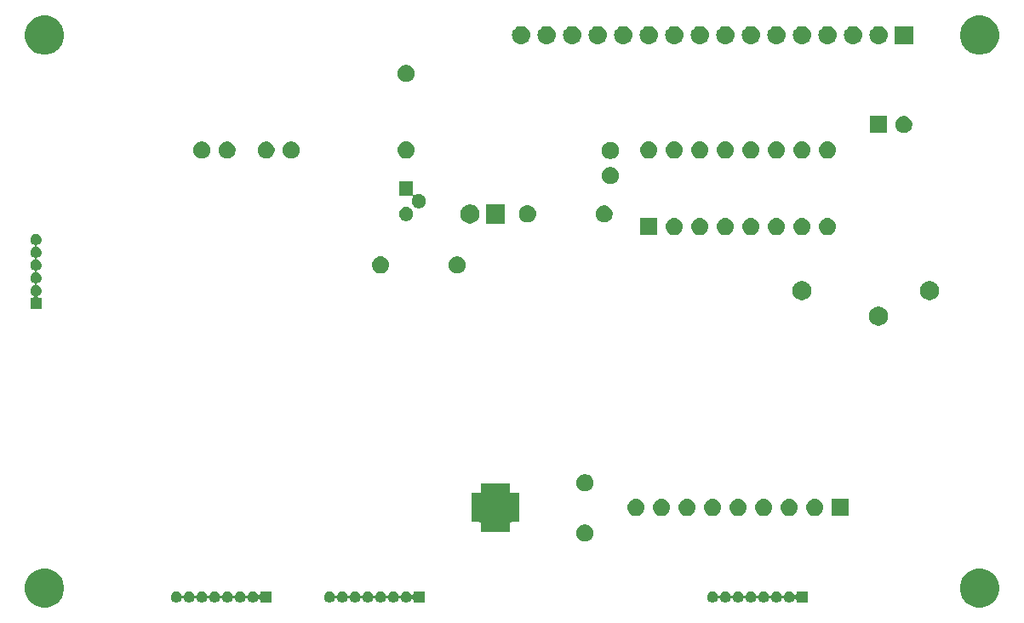
<source format=gbr>
G04 #@! TF.GenerationSoftware,KiCad,Pcbnew,5.1.3-ffb9f22~84~ubuntu16.04.1*
G04 #@! TF.CreationDate,2019-07-26T20:33:55+02:00*
G04 #@! TF.ProjectId,Raspberry-I2C-LCD-and-Keypad,52617370-6265-4727-9279-2d4932432d4c,rev?*
G04 #@! TF.SameCoordinates,Original*
G04 #@! TF.FileFunction,Soldermask,Bot*
G04 #@! TF.FilePolarity,Negative*
%FSLAX46Y46*%
G04 Gerber Fmt 4.6, Leading zero omitted, Abs format (unit mm)*
G04 Created by KiCad (PCBNEW 5.1.3-ffb9f22~84~ubuntu16.04.1) date 2019-07-26 20:33:55*
%MOMM*%
%LPD*%
G04 APERTURE LIST*
%ADD10C,0.100000*%
G04 APERTURE END LIST*
D10*
G36*
X188408793Y-126784937D02*
G01*
X188763670Y-126931932D01*
X189083052Y-127145336D01*
X189354664Y-127416948D01*
X189568068Y-127736330D01*
X189715063Y-128091207D01*
X189790000Y-128467940D01*
X189790000Y-128852060D01*
X189715063Y-129228793D01*
X189568068Y-129583670D01*
X189354664Y-129903052D01*
X189083052Y-130174664D01*
X188763670Y-130388068D01*
X188408793Y-130535063D01*
X188032060Y-130610000D01*
X187647940Y-130610000D01*
X187271207Y-130535063D01*
X186916330Y-130388068D01*
X186596948Y-130174664D01*
X186325336Y-129903052D01*
X186111932Y-129583670D01*
X185964937Y-129228793D01*
X185890000Y-128852060D01*
X185890000Y-128467940D01*
X185964937Y-128091207D01*
X186111932Y-127736330D01*
X186325336Y-127416948D01*
X186596948Y-127145336D01*
X186916330Y-126931932D01*
X187271207Y-126784937D01*
X187647940Y-126710000D01*
X188032060Y-126710000D01*
X188408793Y-126784937D01*
X188408793Y-126784937D01*
G37*
G36*
X95408793Y-126784937D02*
G01*
X95763670Y-126931932D01*
X96083052Y-127145336D01*
X96354664Y-127416948D01*
X96568068Y-127736330D01*
X96715063Y-128091207D01*
X96790000Y-128467940D01*
X96790000Y-128852060D01*
X96715063Y-129228793D01*
X96568068Y-129583670D01*
X96354664Y-129903052D01*
X96083052Y-130174664D01*
X95763670Y-130388068D01*
X95408793Y-130535063D01*
X95032060Y-130610000D01*
X94647940Y-130610000D01*
X94271207Y-130535063D01*
X93916330Y-130388068D01*
X93596948Y-130174664D01*
X93325336Y-129903052D01*
X93111932Y-129583670D01*
X92964937Y-129228793D01*
X92890000Y-128852060D01*
X92890000Y-128467940D01*
X92964937Y-128091207D01*
X93111932Y-127736330D01*
X93325336Y-127416948D01*
X93596948Y-127145336D01*
X93916330Y-126931932D01*
X94271207Y-126784937D01*
X94647940Y-126710000D01*
X95032060Y-126710000D01*
X95408793Y-126784937D01*
X95408793Y-126784937D01*
G37*
G36*
X161398015Y-128996973D02*
G01*
X161501879Y-129028479D01*
X161529055Y-129043005D01*
X161597600Y-129079643D01*
X161681501Y-129148499D01*
X161750357Y-129232400D01*
X161761662Y-129253551D01*
X161801521Y-129328121D01*
X161805388Y-129340869D01*
X161814760Y-129363496D01*
X161828374Y-129383870D01*
X161845701Y-129401197D01*
X161866075Y-129414811D01*
X161888714Y-129424188D01*
X161912747Y-129428969D01*
X161937251Y-129428969D01*
X161961285Y-129424189D01*
X161983924Y-129414812D01*
X162004298Y-129401198D01*
X162021625Y-129383871D01*
X162035239Y-129363497D01*
X162044612Y-129340869D01*
X162048479Y-129328121D01*
X162088338Y-129253551D01*
X162099643Y-129232400D01*
X162168499Y-129148499D01*
X162252400Y-129079643D01*
X162320945Y-129043005D01*
X162348121Y-129028479D01*
X162451985Y-128996973D01*
X162532933Y-128989000D01*
X162587067Y-128989000D01*
X162668015Y-128996973D01*
X162771879Y-129028479D01*
X162799055Y-129043005D01*
X162867600Y-129079643D01*
X162951501Y-129148499D01*
X163020357Y-129232400D01*
X163031662Y-129253551D01*
X163071521Y-129328121D01*
X163075388Y-129340869D01*
X163084760Y-129363496D01*
X163098374Y-129383870D01*
X163115701Y-129401197D01*
X163136075Y-129414811D01*
X163158714Y-129424188D01*
X163182747Y-129428969D01*
X163207251Y-129428969D01*
X163231285Y-129424189D01*
X163253924Y-129414812D01*
X163274298Y-129401198D01*
X163291625Y-129383871D01*
X163305239Y-129363497D01*
X163314612Y-129340869D01*
X163318479Y-129328121D01*
X163358338Y-129253551D01*
X163369643Y-129232400D01*
X163438499Y-129148499D01*
X163522400Y-129079643D01*
X163590945Y-129043005D01*
X163618121Y-129028479D01*
X163721985Y-128996973D01*
X163802933Y-128989000D01*
X163857067Y-128989000D01*
X163938015Y-128996973D01*
X164041879Y-129028479D01*
X164069055Y-129043005D01*
X164137600Y-129079643D01*
X164221501Y-129148499D01*
X164290357Y-129232400D01*
X164301662Y-129253551D01*
X164341521Y-129328121D01*
X164345388Y-129340869D01*
X164354760Y-129363496D01*
X164368374Y-129383870D01*
X164385701Y-129401197D01*
X164406075Y-129414811D01*
X164428714Y-129424188D01*
X164452747Y-129428969D01*
X164477251Y-129428969D01*
X164501285Y-129424189D01*
X164523924Y-129414812D01*
X164544298Y-129401198D01*
X164561625Y-129383871D01*
X164575239Y-129363497D01*
X164584612Y-129340869D01*
X164588479Y-129328121D01*
X164628338Y-129253551D01*
X164639643Y-129232400D01*
X164708499Y-129148499D01*
X164792400Y-129079643D01*
X164860945Y-129043005D01*
X164888121Y-129028479D01*
X164991985Y-128996973D01*
X165072933Y-128989000D01*
X165127067Y-128989000D01*
X165208015Y-128996973D01*
X165311879Y-129028479D01*
X165339055Y-129043005D01*
X165407600Y-129079643D01*
X165491501Y-129148499D01*
X165560357Y-129232400D01*
X165571662Y-129253551D01*
X165611521Y-129328121D01*
X165615388Y-129340869D01*
X165624760Y-129363496D01*
X165638374Y-129383870D01*
X165655701Y-129401197D01*
X165676075Y-129414811D01*
X165698714Y-129424188D01*
X165722747Y-129428969D01*
X165747251Y-129428969D01*
X165771285Y-129424189D01*
X165793924Y-129414812D01*
X165814298Y-129401198D01*
X165831625Y-129383871D01*
X165845239Y-129363497D01*
X165854612Y-129340869D01*
X165858479Y-129328121D01*
X165898338Y-129253551D01*
X165909643Y-129232400D01*
X165978499Y-129148499D01*
X166062400Y-129079643D01*
X166130945Y-129043005D01*
X166158121Y-129028479D01*
X166261985Y-128996973D01*
X166342933Y-128989000D01*
X166397067Y-128989000D01*
X166478015Y-128996973D01*
X166581879Y-129028479D01*
X166609055Y-129043005D01*
X166677600Y-129079643D01*
X166761501Y-129148499D01*
X166830357Y-129232400D01*
X166841662Y-129253551D01*
X166881521Y-129328121D01*
X166885388Y-129340869D01*
X166894760Y-129363496D01*
X166908374Y-129383870D01*
X166925701Y-129401197D01*
X166946075Y-129414811D01*
X166968714Y-129424188D01*
X166992747Y-129428969D01*
X167017251Y-129428969D01*
X167041285Y-129424189D01*
X167063924Y-129414812D01*
X167084298Y-129401198D01*
X167101625Y-129383871D01*
X167115239Y-129363497D01*
X167124612Y-129340869D01*
X167128479Y-129328121D01*
X167168338Y-129253551D01*
X167179643Y-129232400D01*
X167248499Y-129148499D01*
X167332400Y-129079643D01*
X167400945Y-129043005D01*
X167428121Y-129028479D01*
X167531985Y-128996973D01*
X167612933Y-128989000D01*
X167667067Y-128989000D01*
X167748015Y-128996973D01*
X167851879Y-129028479D01*
X167879055Y-129043005D01*
X167947600Y-129079643D01*
X168031501Y-129148499D01*
X168100357Y-129232400D01*
X168111662Y-129253551D01*
X168151521Y-129328121D01*
X168155388Y-129340869D01*
X168164760Y-129363496D01*
X168178374Y-129383870D01*
X168195701Y-129401197D01*
X168216075Y-129414811D01*
X168238714Y-129424188D01*
X168262747Y-129428969D01*
X168287251Y-129428969D01*
X168311285Y-129424189D01*
X168333924Y-129414812D01*
X168354298Y-129401198D01*
X168371625Y-129383871D01*
X168385239Y-129363497D01*
X168394612Y-129340869D01*
X168398479Y-129328121D01*
X168438338Y-129253551D01*
X168449643Y-129232400D01*
X168518499Y-129148499D01*
X168602400Y-129079643D01*
X168670945Y-129043005D01*
X168698121Y-129028479D01*
X168801985Y-128996973D01*
X168882933Y-128989000D01*
X168937067Y-128989000D01*
X169018015Y-128996973D01*
X169121879Y-129028479D01*
X169149055Y-129043005D01*
X169217600Y-129079643D01*
X169301501Y-129148499D01*
X169370356Y-129232400D01*
X169393764Y-129276193D01*
X169407375Y-129296563D01*
X169424702Y-129313890D01*
X169445076Y-129327504D01*
X169467715Y-129336881D01*
X169491748Y-129341662D01*
X169516252Y-129341662D01*
X169540286Y-129336882D01*
X169562924Y-129327505D01*
X169583299Y-129313891D01*
X169600626Y-129296564D01*
X169614240Y-129276190D01*
X169623617Y-129253551D01*
X169628398Y-129229518D01*
X169629000Y-129217265D01*
X169629000Y-128989000D01*
X170731000Y-128989000D01*
X170731000Y-130091000D01*
X169629000Y-130091000D01*
X169629000Y-129862735D01*
X169626598Y-129838349D01*
X169619485Y-129814900D01*
X169607934Y-129793289D01*
X169592389Y-129774347D01*
X169573447Y-129758802D01*
X169551836Y-129747251D01*
X169528387Y-129740138D01*
X169504001Y-129737736D01*
X169479615Y-129740138D01*
X169456166Y-129747251D01*
X169434555Y-129758802D01*
X169415613Y-129774347D01*
X169400068Y-129793289D01*
X169393767Y-129803802D01*
X169370356Y-129847600D01*
X169370355Y-129847601D01*
X169301501Y-129931501D01*
X169217600Y-130000357D01*
X169149055Y-130036995D01*
X169121879Y-130051521D01*
X169018015Y-130083027D01*
X168937067Y-130091000D01*
X168882933Y-130091000D01*
X168801985Y-130083027D01*
X168698121Y-130051521D01*
X168670945Y-130036995D01*
X168602400Y-130000357D01*
X168518499Y-129931501D01*
X168449643Y-129847600D01*
X168410489Y-129774347D01*
X168398479Y-129751879D01*
X168394612Y-129739131D01*
X168385240Y-129716504D01*
X168371626Y-129696130D01*
X168354299Y-129678803D01*
X168333925Y-129665189D01*
X168311286Y-129655812D01*
X168287253Y-129651031D01*
X168262749Y-129651031D01*
X168238715Y-129655811D01*
X168216076Y-129665188D01*
X168195702Y-129678802D01*
X168178375Y-129696129D01*
X168164761Y-129716503D01*
X168155388Y-129739131D01*
X168151521Y-129751879D01*
X168139511Y-129774347D01*
X168100357Y-129847600D01*
X168031501Y-129931501D01*
X167947600Y-130000357D01*
X167879055Y-130036995D01*
X167851879Y-130051521D01*
X167748015Y-130083027D01*
X167667067Y-130091000D01*
X167612933Y-130091000D01*
X167531985Y-130083027D01*
X167428121Y-130051521D01*
X167400945Y-130036995D01*
X167332400Y-130000357D01*
X167248499Y-129931501D01*
X167179643Y-129847600D01*
X167140489Y-129774347D01*
X167128479Y-129751879D01*
X167124612Y-129739131D01*
X167115240Y-129716504D01*
X167101626Y-129696130D01*
X167084299Y-129678803D01*
X167063925Y-129665189D01*
X167041286Y-129655812D01*
X167017253Y-129651031D01*
X166992749Y-129651031D01*
X166968715Y-129655811D01*
X166946076Y-129665188D01*
X166925702Y-129678802D01*
X166908375Y-129696129D01*
X166894761Y-129716503D01*
X166885388Y-129739131D01*
X166881521Y-129751879D01*
X166869511Y-129774347D01*
X166830357Y-129847600D01*
X166761501Y-129931501D01*
X166677600Y-130000357D01*
X166609055Y-130036995D01*
X166581879Y-130051521D01*
X166478015Y-130083027D01*
X166397067Y-130091000D01*
X166342933Y-130091000D01*
X166261985Y-130083027D01*
X166158121Y-130051521D01*
X166130945Y-130036995D01*
X166062400Y-130000357D01*
X165978499Y-129931501D01*
X165909643Y-129847600D01*
X165870489Y-129774347D01*
X165858479Y-129751879D01*
X165854612Y-129739131D01*
X165845240Y-129716504D01*
X165831626Y-129696130D01*
X165814299Y-129678803D01*
X165793925Y-129665189D01*
X165771286Y-129655812D01*
X165747253Y-129651031D01*
X165722749Y-129651031D01*
X165698715Y-129655811D01*
X165676076Y-129665188D01*
X165655702Y-129678802D01*
X165638375Y-129696129D01*
X165624761Y-129716503D01*
X165615388Y-129739131D01*
X165611521Y-129751879D01*
X165599511Y-129774347D01*
X165560357Y-129847600D01*
X165491501Y-129931501D01*
X165407600Y-130000357D01*
X165339055Y-130036995D01*
X165311879Y-130051521D01*
X165208015Y-130083027D01*
X165127067Y-130091000D01*
X165072933Y-130091000D01*
X164991985Y-130083027D01*
X164888121Y-130051521D01*
X164860945Y-130036995D01*
X164792400Y-130000357D01*
X164708499Y-129931501D01*
X164639643Y-129847600D01*
X164600489Y-129774347D01*
X164588479Y-129751879D01*
X164584612Y-129739131D01*
X164575240Y-129716504D01*
X164561626Y-129696130D01*
X164544299Y-129678803D01*
X164523925Y-129665189D01*
X164501286Y-129655812D01*
X164477253Y-129651031D01*
X164452749Y-129651031D01*
X164428715Y-129655811D01*
X164406076Y-129665188D01*
X164385702Y-129678802D01*
X164368375Y-129696129D01*
X164354761Y-129716503D01*
X164345388Y-129739131D01*
X164341521Y-129751879D01*
X164329511Y-129774347D01*
X164290357Y-129847600D01*
X164221501Y-129931501D01*
X164137600Y-130000357D01*
X164069055Y-130036995D01*
X164041879Y-130051521D01*
X163938015Y-130083027D01*
X163857067Y-130091000D01*
X163802933Y-130091000D01*
X163721985Y-130083027D01*
X163618121Y-130051521D01*
X163590945Y-130036995D01*
X163522400Y-130000357D01*
X163438499Y-129931501D01*
X163369643Y-129847600D01*
X163330489Y-129774347D01*
X163318479Y-129751879D01*
X163314612Y-129739131D01*
X163305240Y-129716504D01*
X163291626Y-129696130D01*
X163274299Y-129678803D01*
X163253925Y-129665189D01*
X163231286Y-129655812D01*
X163207253Y-129651031D01*
X163182749Y-129651031D01*
X163158715Y-129655811D01*
X163136076Y-129665188D01*
X163115702Y-129678802D01*
X163098375Y-129696129D01*
X163084761Y-129716503D01*
X163075388Y-129739131D01*
X163071521Y-129751879D01*
X163059511Y-129774347D01*
X163020357Y-129847600D01*
X162951501Y-129931501D01*
X162867600Y-130000357D01*
X162799055Y-130036995D01*
X162771879Y-130051521D01*
X162668015Y-130083027D01*
X162587067Y-130091000D01*
X162532933Y-130091000D01*
X162451985Y-130083027D01*
X162348121Y-130051521D01*
X162320945Y-130036995D01*
X162252400Y-130000357D01*
X162168499Y-129931501D01*
X162099643Y-129847600D01*
X162060489Y-129774347D01*
X162048479Y-129751879D01*
X162044612Y-129739131D01*
X162035240Y-129716504D01*
X162021626Y-129696130D01*
X162004299Y-129678803D01*
X161983925Y-129665189D01*
X161961286Y-129655812D01*
X161937253Y-129651031D01*
X161912749Y-129651031D01*
X161888715Y-129655811D01*
X161866076Y-129665188D01*
X161845702Y-129678802D01*
X161828375Y-129696129D01*
X161814761Y-129716503D01*
X161805388Y-129739131D01*
X161801521Y-129751879D01*
X161789511Y-129774347D01*
X161750357Y-129847600D01*
X161681501Y-129931501D01*
X161597600Y-130000357D01*
X161529055Y-130036995D01*
X161501879Y-130051521D01*
X161398015Y-130083027D01*
X161317067Y-130091000D01*
X161262933Y-130091000D01*
X161181985Y-130083027D01*
X161078121Y-130051521D01*
X161050945Y-130036995D01*
X160982400Y-130000357D01*
X160898499Y-129931501D01*
X160829643Y-129847600D01*
X160790489Y-129774347D01*
X160778479Y-129751879D01*
X160746973Y-129648015D01*
X160736334Y-129540000D01*
X160746973Y-129431985D01*
X160778479Y-129328121D01*
X160818338Y-129253551D01*
X160829643Y-129232400D01*
X160898499Y-129148499D01*
X160982400Y-129079643D01*
X161050945Y-129043005D01*
X161078121Y-129028479D01*
X161181985Y-128996973D01*
X161262933Y-128989000D01*
X161317067Y-128989000D01*
X161398015Y-128996973D01*
X161398015Y-128996973D01*
G37*
G36*
X123298015Y-128996973D02*
G01*
X123401879Y-129028479D01*
X123429055Y-129043005D01*
X123497600Y-129079643D01*
X123581501Y-129148499D01*
X123650357Y-129232400D01*
X123661662Y-129253551D01*
X123701521Y-129328121D01*
X123705388Y-129340869D01*
X123714760Y-129363496D01*
X123728374Y-129383870D01*
X123745701Y-129401197D01*
X123766075Y-129414811D01*
X123788714Y-129424188D01*
X123812747Y-129428969D01*
X123837251Y-129428969D01*
X123861285Y-129424189D01*
X123883924Y-129414812D01*
X123904298Y-129401198D01*
X123921625Y-129383871D01*
X123935239Y-129363497D01*
X123944612Y-129340869D01*
X123948479Y-129328121D01*
X123988338Y-129253551D01*
X123999643Y-129232400D01*
X124068499Y-129148499D01*
X124152400Y-129079643D01*
X124220945Y-129043005D01*
X124248121Y-129028479D01*
X124351985Y-128996973D01*
X124432933Y-128989000D01*
X124487067Y-128989000D01*
X124568015Y-128996973D01*
X124671879Y-129028479D01*
X124699055Y-129043005D01*
X124767600Y-129079643D01*
X124851501Y-129148499D01*
X124920357Y-129232400D01*
X124931662Y-129253551D01*
X124971521Y-129328121D01*
X124975388Y-129340869D01*
X124984760Y-129363496D01*
X124998374Y-129383870D01*
X125015701Y-129401197D01*
X125036075Y-129414811D01*
X125058714Y-129424188D01*
X125082747Y-129428969D01*
X125107251Y-129428969D01*
X125131285Y-129424189D01*
X125153924Y-129414812D01*
X125174298Y-129401198D01*
X125191625Y-129383871D01*
X125205239Y-129363497D01*
X125214612Y-129340869D01*
X125218479Y-129328121D01*
X125258338Y-129253551D01*
X125269643Y-129232400D01*
X125338499Y-129148499D01*
X125422400Y-129079643D01*
X125490945Y-129043005D01*
X125518121Y-129028479D01*
X125621985Y-128996973D01*
X125702933Y-128989000D01*
X125757067Y-128989000D01*
X125838015Y-128996973D01*
X125941879Y-129028479D01*
X125969055Y-129043005D01*
X126037600Y-129079643D01*
X126121501Y-129148499D01*
X126190357Y-129232400D01*
X126201662Y-129253551D01*
X126241521Y-129328121D01*
X126245388Y-129340869D01*
X126254760Y-129363496D01*
X126268374Y-129383870D01*
X126285701Y-129401197D01*
X126306075Y-129414811D01*
X126328714Y-129424188D01*
X126352747Y-129428969D01*
X126377251Y-129428969D01*
X126401285Y-129424189D01*
X126423924Y-129414812D01*
X126444298Y-129401198D01*
X126461625Y-129383871D01*
X126475239Y-129363497D01*
X126484612Y-129340869D01*
X126488479Y-129328121D01*
X126528338Y-129253551D01*
X126539643Y-129232400D01*
X126608499Y-129148499D01*
X126692400Y-129079643D01*
X126760945Y-129043005D01*
X126788121Y-129028479D01*
X126891985Y-128996973D01*
X126972933Y-128989000D01*
X127027067Y-128989000D01*
X127108015Y-128996973D01*
X127211879Y-129028479D01*
X127239055Y-129043005D01*
X127307600Y-129079643D01*
X127391501Y-129148499D01*
X127460357Y-129232400D01*
X127471662Y-129253551D01*
X127511521Y-129328121D01*
X127515388Y-129340869D01*
X127524760Y-129363496D01*
X127538374Y-129383870D01*
X127555701Y-129401197D01*
X127576075Y-129414811D01*
X127598714Y-129424188D01*
X127622747Y-129428969D01*
X127647251Y-129428969D01*
X127671285Y-129424189D01*
X127693924Y-129414812D01*
X127714298Y-129401198D01*
X127731625Y-129383871D01*
X127745239Y-129363497D01*
X127754612Y-129340869D01*
X127758479Y-129328121D01*
X127798338Y-129253551D01*
X127809643Y-129232400D01*
X127878499Y-129148499D01*
X127962400Y-129079643D01*
X128030945Y-129043005D01*
X128058121Y-129028479D01*
X128161985Y-128996973D01*
X128242933Y-128989000D01*
X128297067Y-128989000D01*
X128378015Y-128996973D01*
X128481879Y-129028479D01*
X128509055Y-129043005D01*
X128577600Y-129079643D01*
X128661501Y-129148499D01*
X128730357Y-129232400D01*
X128741662Y-129253551D01*
X128781521Y-129328121D01*
X128785388Y-129340869D01*
X128794760Y-129363496D01*
X128808374Y-129383870D01*
X128825701Y-129401197D01*
X128846075Y-129414811D01*
X128868714Y-129424188D01*
X128892747Y-129428969D01*
X128917251Y-129428969D01*
X128941285Y-129424189D01*
X128963924Y-129414812D01*
X128984298Y-129401198D01*
X129001625Y-129383871D01*
X129015239Y-129363497D01*
X129024612Y-129340869D01*
X129028479Y-129328121D01*
X129068338Y-129253551D01*
X129079643Y-129232400D01*
X129148499Y-129148499D01*
X129232400Y-129079643D01*
X129300945Y-129043005D01*
X129328121Y-129028479D01*
X129431985Y-128996973D01*
X129512933Y-128989000D01*
X129567067Y-128989000D01*
X129648015Y-128996973D01*
X129751879Y-129028479D01*
X129779055Y-129043005D01*
X129847600Y-129079643D01*
X129931501Y-129148499D01*
X130000357Y-129232400D01*
X130011662Y-129253551D01*
X130051521Y-129328121D01*
X130055388Y-129340869D01*
X130064760Y-129363496D01*
X130078374Y-129383870D01*
X130095701Y-129401197D01*
X130116075Y-129414811D01*
X130138714Y-129424188D01*
X130162747Y-129428969D01*
X130187251Y-129428969D01*
X130211285Y-129424189D01*
X130233924Y-129414812D01*
X130254298Y-129401198D01*
X130271625Y-129383871D01*
X130285239Y-129363497D01*
X130294612Y-129340869D01*
X130298479Y-129328121D01*
X130338338Y-129253551D01*
X130349643Y-129232400D01*
X130418499Y-129148499D01*
X130502400Y-129079643D01*
X130570945Y-129043005D01*
X130598121Y-129028479D01*
X130701985Y-128996973D01*
X130782933Y-128989000D01*
X130837067Y-128989000D01*
X130918015Y-128996973D01*
X131021879Y-129028479D01*
X131049055Y-129043005D01*
X131117600Y-129079643D01*
X131201501Y-129148499D01*
X131270356Y-129232400D01*
X131293764Y-129276193D01*
X131307375Y-129296563D01*
X131324702Y-129313890D01*
X131345076Y-129327504D01*
X131367715Y-129336881D01*
X131391748Y-129341662D01*
X131416252Y-129341662D01*
X131440286Y-129336882D01*
X131462924Y-129327505D01*
X131483299Y-129313891D01*
X131500626Y-129296564D01*
X131514240Y-129276190D01*
X131523617Y-129253551D01*
X131528398Y-129229518D01*
X131529000Y-129217265D01*
X131529000Y-128989000D01*
X132631000Y-128989000D01*
X132631000Y-130091000D01*
X131529000Y-130091000D01*
X131529000Y-129862735D01*
X131526598Y-129838349D01*
X131519485Y-129814900D01*
X131507934Y-129793289D01*
X131492389Y-129774347D01*
X131473447Y-129758802D01*
X131451836Y-129747251D01*
X131428387Y-129740138D01*
X131404001Y-129737736D01*
X131379615Y-129740138D01*
X131356166Y-129747251D01*
X131334555Y-129758802D01*
X131315613Y-129774347D01*
X131300068Y-129793289D01*
X131293767Y-129803802D01*
X131270356Y-129847600D01*
X131270355Y-129847601D01*
X131201501Y-129931501D01*
X131117600Y-130000357D01*
X131049055Y-130036995D01*
X131021879Y-130051521D01*
X130918015Y-130083027D01*
X130837067Y-130091000D01*
X130782933Y-130091000D01*
X130701985Y-130083027D01*
X130598121Y-130051521D01*
X130570945Y-130036995D01*
X130502400Y-130000357D01*
X130418499Y-129931501D01*
X130349643Y-129847600D01*
X130310489Y-129774347D01*
X130298479Y-129751879D01*
X130294612Y-129739131D01*
X130285240Y-129716504D01*
X130271626Y-129696130D01*
X130254299Y-129678803D01*
X130233925Y-129665189D01*
X130211286Y-129655812D01*
X130187253Y-129651031D01*
X130162749Y-129651031D01*
X130138715Y-129655811D01*
X130116076Y-129665188D01*
X130095702Y-129678802D01*
X130078375Y-129696129D01*
X130064761Y-129716503D01*
X130055388Y-129739131D01*
X130051521Y-129751879D01*
X130039511Y-129774347D01*
X130000357Y-129847600D01*
X129931501Y-129931501D01*
X129847600Y-130000357D01*
X129779055Y-130036995D01*
X129751879Y-130051521D01*
X129648015Y-130083027D01*
X129567067Y-130091000D01*
X129512933Y-130091000D01*
X129431985Y-130083027D01*
X129328121Y-130051521D01*
X129300945Y-130036995D01*
X129232400Y-130000357D01*
X129148499Y-129931501D01*
X129079643Y-129847600D01*
X129040489Y-129774347D01*
X129028479Y-129751879D01*
X129024612Y-129739131D01*
X129015240Y-129716504D01*
X129001626Y-129696130D01*
X128984299Y-129678803D01*
X128963925Y-129665189D01*
X128941286Y-129655812D01*
X128917253Y-129651031D01*
X128892749Y-129651031D01*
X128868715Y-129655811D01*
X128846076Y-129665188D01*
X128825702Y-129678802D01*
X128808375Y-129696129D01*
X128794761Y-129716503D01*
X128785388Y-129739131D01*
X128781521Y-129751879D01*
X128769511Y-129774347D01*
X128730357Y-129847600D01*
X128661501Y-129931501D01*
X128577600Y-130000357D01*
X128509055Y-130036995D01*
X128481879Y-130051521D01*
X128378015Y-130083027D01*
X128297067Y-130091000D01*
X128242933Y-130091000D01*
X128161985Y-130083027D01*
X128058121Y-130051521D01*
X128030945Y-130036995D01*
X127962400Y-130000357D01*
X127878499Y-129931501D01*
X127809643Y-129847600D01*
X127770489Y-129774347D01*
X127758479Y-129751879D01*
X127754612Y-129739131D01*
X127745240Y-129716504D01*
X127731626Y-129696130D01*
X127714299Y-129678803D01*
X127693925Y-129665189D01*
X127671286Y-129655812D01*
X127647253Y-129651031D01*
X127622749Y-129651031D01*
X127598715Y-129655811D01*
X127576076Y-129665188D01*
X127555702Y-129678802D01*
X127538375Y-129696129D01*
X127524761Y-129716503D01*
X127515388Y-129739131D01*
X127511521Y-129751879D01*
X127499511Y-129774347D01*
X127460357Y-129847600D01*
X127391501Y-129931501D01*
X127307600Y-130000357D01*
X127239055Y-130036995D01*
X127211879Y-130051521D01*
X127108015Y-130083027D01*
X127027067Y-130091000D01*
X126972933Y-130091000D01*
X126891985Y-130083027D01*
X126788121Y-130051521D01*
X126760945Y-130036995D01*
X126692400Y-130000357D01*
X126608499Y-129931501D01*
X126539643Y-129847600D01*
X126500489Y-129774347D01*
X126488479Y-129751879D01*
X126484612Y-129739131D01*
X126475240Y-129716504D01*
X126461626Y-129696130D01*
X126444299Y-129678803D01*
X126423925Y-129665189D01*
X126401286Y-129655812D01*
X126377253Y-129651031D01*
X126352749Y-129651031D01*
X126328715Y-129655811D01*
X126306076Y-129665188D01*
X126285702Y-129678802D01*
X126268375Y-129696129D01*
X126254761Y-129716503D01*
X126245388Y-129739131D01*
X126241521Y-129751879D01*
X126229511Y-129774347D01*
X126190357Y-129847600D01*
X126121501Y-129931501D01*
X126037600Y-130000357D01*
X125969055Y-130036995D01*
X125941879Y-130051521D01*
X125838015Y-130083027D01*
X125757067Y-130091000D01*
X125702933Y-130091000D01*
X125621985Y-130083027D01*
X125518121Y-130051521D01*
X125490945Y-130036995D01*
X125422400Y-130000357D01*
X125338499Y-129931501D01*
X125269643Y-129847600D01*
X125230489Y-129774347D01*
X125218479Y-129751879D01*
X125214612Y-129739131D01*
X125205240Y-129716504D01*
X125191626Y-129696130D01*
X125174299Y-129678803D01*
X125153925Y-129665189D01*
X125131286Y-129655812D01*
X125107253Y-129651031D01*
X125082749Y-129651031D01*
X125058715Y-129655811D01*
X125036076Y-129665188D01*
X125015702Y-129678802D01*
X124998375Y-129696129D01*
X124984761Y-129716503D01*
X124975388Y-129739131D01*
X124971521Y-129751879D01*
X124959511Y-129774347D01*
X124920357Y-129847600D01*
X124851501Y-129931501D01*
X124767600Y-130000357D01*
X124699055Y-130036995D01*
X124671879Y-130051521D01*
X124568015Y-130083027D01*
X124487067Y-130091000D01*
X124432933Y-130091000D01*
X124351985Y-130083027D01*
X124248121Y-130051521D01*
X124220945Y-130036995D01*
X124152400Y-130000357D01*
X124068499Y-129931501D01*
X123999643Y-129847600D01*
X123960489Y-129774347D01*
X123948479Y-129751879D01*
X123944612Y-129739131D01*
X123935240Y-129716504D01*
X123921626Y-129696130D01*
X123904299Y-129678803D01*
X123883925Y-129665189D01*
X123861286Y-129655812D01*
X123837253Y-129651031D01*
X123812749Y-129651031D01*
X123788715Y-129655811D01*
X123766076Y-129665188D01*
X123745702Y-129678802D01*
X123728375Y-129696129D01*
X123714761Y-129716503D01*
X123705388Y-129739131D01*
X123701521Y-129751879D01*
X123689511Y-129774347D01*
X123650357Y-129847600D01*
X123581501Y-129931501D01*
X123497600Y-130000357D01*
X123429055Y-130036995D01*
X123401879Y-130051521D01*
X123298015Y-130083027D01*
X123217067Y-130091000D01*
X123162933Y-130091000D01*
X123081985Y-130083027D01*
X122978121Y-130051521D01*
X122950945Y-130036995D01*
X122882400Y-130000357D01*
X122798499Y-129931501D01*
X122729643Y-129847600D01*
X122690489Y-129774347D01*
X122678479Y-129751879D01*
X122646973Y-129648015D01*
X122636334Y-129540000D01*
X122646973Y-129431985D01*
X122678479Y-129328121D01*
X122718338Y-129253551D01*
X122729643Y-129232400D01*
X122798499Y-129148499D01*
X122882400Y-129079643D01*
X122950945Y-129043005D01*
X122978121Y-129028479D01*
X123081985Y-128996973D01*
X123162933Y-128989000D01*
X123217067Y-128989000D01*
X123298015Y-128996973D01*
X123298015Y-128996973D01*
G37*
G36*
X108058015Y-128996973D02*
G01*
X108161879Y-129028479D01*
X108189055Y-129043005D01*
X108257600Y-129079643D01*
X108341501Y-129148499D01*
X108410357Y-129232400D01*
X108421662Y-129253551D01*
X108461521Y-129328121D01*
X108465388Y-129340869D01*
X108474760Y-129363496D01*
X108488374Y-129383870D01*
X108505701Y-129401197D01*
X108526075Y-129414811D01*
X108548714Y-129424188D01*
X108572747Y-129428969D01*
X108597251Y-129428969D01*
X108621285Y-129424189D01*
X108643924Y-129414812D01*
X108664298Y-129401198D01*
X108681625Y-129383871D01*
X108695239Y-129363497D01*
X108704612Y-129340869D01*
X108708479Y-129328121D01*
X108748338Y-129253551D01*
X108759643Y-129232400D01*
X108828499Y-129148499D01*
X108912400Y-129079643D01*
X108980945Y-129043005D01*
X109008121Y-129028479D01*
X109111985Y-128996973D01*
X109192933Y-128989000D01*
X109247067Y-128989000D01*
X109328015Y-128996973D01*
X109431879Y-129028479D01*
X109459055Y-129043005D01*
X109527600Y-129079643D01*
X109611501Y-129148499D01*
X109680357Y-129232400D01*
X109691662Y-129253551D01*
X109731521Y-129328121D01*
X109735388Y-129340869D01*
X109744760Y-129363496D01*
X109758374Y-129383870D01*
X109775701Y-129401197D01*
X109796075Y-129414811D01*
X109818714Y-129424188D01*
X109842747Y-129428969D01*
X109867251Y-129428969D01*
X109891285Y-129424189D01*
X109913924Y-129414812D01*
X109934298Y-129401198D01*
X109951625Y-129383871D01*
X109965239Y-129363497D01*
X109974612Y-129340869D01*
X109978479Y-129328121D01*
X110018338Y-129253551D01*
X110029643Y-129232400D01*
X110098499Y-129148499D01*
X110182400Y-129079643D01*
X110250945Y-129043005D01*
X110278121Y-129028479D01*
X110381985Y-128996973D01*
X110462933Y-128989000D01*
X110517067Y-128989000D01*
X110598015Y-128996973D01*
X110701879Y-129028479D01*
X110729055Y-129043005D01*
X110797600Y-129079643D01*
X110881501Y-129148499D01*
X110950357Y-129232400D01*
X110961662Y-129253551D01*
X111001521Y-129328121D01*
X111005388Y-129340869D01*
X111014760Y-129363496D01*
X111028374Y-129383870D01*
X111045701Y-129401197D01*
X111066075Y-129414811D01*
X111088714Y-129424188D01*
X111112747Y-129428969D01*
X111137251Y-129428969D01*
X111161285Y-129424189D01*
X111183924Y-129414812D01*
X111204298Y-129401198D01*
X111221625Y-129383871D01*
X111235239Y-129363497D01*
X111244612Y-129340869D01*
X111248479Y-129328121D01*
X111288338Y-129253551D01*
X111299643Y-129232400D01*
X111368499Y-129148499D01*
X111452400Y-129079643D01*
X111520945Y-129043005D01*
X111548121Y-129028479D01*
X111651985Y-128996973D01*
X111732933Y-128989000D01*
X111787067Y-128989000D01*
X111868015Y-128996973D01*
X111971879Y-129028479D01*
X111999055Y-129043005D01*
X112067600Y-129079643D01*
X112151501Y-129148499D01*
X112220357Y-129232400D01*
X112231662Y-129253551D01*
X112271521Y-129328121D01*
X112275388Y-129340869D01*
X112284760Y-129363496D01*
X112298374Y-129383870D01*
X112315701Y-129401197D01*
X112336075Y-129414811D01*
X112358714Y-129424188D01*
X112382747Y-129428969D01*
X112407251Y-129428969D01*
X112431285Y-129424189D01*
X112453924Y-129414812D01*
X112474298Y-129401198D01*
X112491625Y-129383871D01*
X112505239Y-129363497D01*
X112514612Y-129340869D01*
X112518479Y-129328121D01*
X112558338Y-129253551D01*
X112569643Y-129232400D01*
X112638499Y-129148499D01*
X112722400Y-129079643D01*
X112790945Y-129043005D01*
X112818121Y-129028479D01*
X112921985Y-128996973D01*
X113002933Y-128989000D01*
X113057067Y-128989000D01*
X113138015Y-128996973D01*
X113241879Y-129028479D01*
X113269055Y-129043005D01*
X113337600Y-129079643D01*
X113421501Y-129148499D01*
X113490357Y-129232400D01*
X113501662Y-129253551D01*
X113541521Y-129328121D01*
X113545388Y-129340869D01*
X113554760Y-129363496D01*
X113568374Y-129383870D01*
X113585701Y-129401197D01*
X113606075Y-129414811D01*
X113628714Y-129424188D01*
X113652747Y-129428969D01*
X113677251Y-129428969D01*
X113701285Y-129424189D01*
X113723924Y-129414812D01*
X113744298Y-129401198D01*
X113761625Y-129383871D01*
X113775239Y-129363497D01*
X113784612Y-129340869D01*
X113788479Y-129328121D01*
X113828338Y-129253551D01*
X113839643Y-129232400D01*
X113908499Y-129148499D01*
X113992400Y-129079643D01*
X114060945Y-129043005D01*
X114088121Y-129028479D01*
X114191985Y-128996973D01*
X114272933Y-128989000D01*
X114327067Y-128989000D01*
X114408015Y-128996973D01*
X114511879Y-129028479D01*
X114539055Y-129043005D01*
X114607600Y-129079643D01*
X114691501Y-129148499D01*
X114760357Y-129232400D01*
X114771662Y-129253551D01*
X114811521Y-129328121D01*
X114815388Y-129340869D01*
X114824760Y-129363496D01*
X114838374Y-129383870D01*
X114855701Y-129401197D01*
X114876075Y-129414811D01*
X114898714Y-129424188D01*
X114922747Y-129428969D01*
X114947251Y-129428969D01*
X114971285Y-129424189D01*
X114993924Y-129414812D01*
X115014298Y-129401198D01*
X115031625Y-129383871D01*
X115045239Y-129363497D01*
X115054612Y-129340869D01*
X115058479Y-129328121D01*
X115098338Y-129253551D01*
X115109643Y-129232400D01*
X115178499Y-129148499D01*
X115262400Y-129079643D01*
X115330945Y-129043005D01*
X115358121Y-129028479D01*
X115461985Y-128996973D01*
X115542933Y-128989000D01*
X115597067Y-128989000D01*
X115678015Y-128996973D01*
X115781879Y-129028479D01*
X115809055Y-129043005D01*
X115877600Y-129079643D01*
X115961501Y-129148499D01*
X116030356Y-129232400D01*
X116053764Y-129276193D01*
X116067375Y-129296563D01*
X116084702Y-129313890D01*
X116105076Y-129327504D01*
X116127715Y-129336881D01*
X116151748Y-129341662D01*
X116176252Y-129341662D01*
X116200286Y-129336882D01*
X116222924Y-129327505D01*
X116243299Y-129313891D01*
X116260626Y-129296564D01*
X116274240Y-129276190D01*
X116283617Y-129253551D01*
X116288398Y-129229518D01*
X116289000Y-129217265D01*
X116289000Y-128989000D01*
X117391000Y-128989000D01*
X117391000Y-130091000D01*
X116289000Y-130091000D01*
X116289000Y-129862735D01*
X116286598Y-129838349D01*
X116279485Y-129814900D01*
X116267934Y-129793289D01*
X116252389Y-129774347D01*
X116233447Y-129758802D01*
X116211836Y-129747251D01*
X116188387Y-129740138D01*
X116164001Y-129737736D01*
X116139615Y-129740138D01*
X116116166Y-129747251D01*
X116094555Y-129758802D01*
X116075613Y-129774347D01*
X116060068Y-129793289D01*
X116053767Y-129803802D01*
X116030356Y-129847600D01*
X116030355Y-129847601D01*
X115961501Y-129931501D01*
X115877600Y-130000357D01*
X115809055Y-130036995D01*
X115781879Y-130051521D01*
X115678015Y-130083027D01*
X115597067Y-130091000D01*
X115542933Y-130091000D01*
X115461985Y-130083027D01*
X115358121Y-130051521D01*
X115330945Y-130036995D01*
X115262400Y-130000357D01*
X115178499Y-129931501D01*
X115109643Y-129847600D01*
X115070489Y-129774347D01*
X115058479Y-129751879D01*
X115054612Y-129739131D01*
X115045240Y-129716504D01*
X115031626Y-129696130D01*
X115014299Y-129678803D01*
X114993925Y-129665189D01*
X114971286Y-129655812D01*
X114947253Y-129651031D01*
X114922749Y-129651031D01*
X114898715Y-129655811D01*
X114876076Y-129665188D01*
X114855702Y-129678802D01*
X114838375Y-129696129D01*
X114824761Y-129716503D01*
X114815388Y-129739131D01*
X114811521Y-129751879D01*
X114799511Y-129774347D01*
X114760357Y-129847600D01*
X114691501Y-129931501D01*
X114607600Y-130000357D01*
X114539055Y-130036995D01*
X114511879Y-130051521D01*
X114408015Y-130083027D01*
X114327067Y-130091000D01*
X114272933Y-130091000D01*
X114191985Y-130083027D01*
X114088121Y-130051521D01*
X114060945Y-130036995D01*
X113992400Y-130000357D01*
X113908499Y-129931501D01*
X113839643Y-129847600D01*
X113800489Y-129774347D01*
X113788479Y-129751879D01*
X113784612Y-129739131D01*
X113775240Y-129716504D01*
X113761626Y-129696130D01*
X113744299Y-129678803D01*
X113723925Y-129665189D01*
X113701286Y-129655812D01*
X113677253Y-129651031D01*
X113652749Y-129651031D01*
X113628715Y-129655811D01*
X113606076Y-129665188D01*
X113585702Y-129678802D01*
X113568375Y-129696129D01*
X113554761Y-129716503D01*
X113545388Y-129739131D01*
X113541521Y-129751879D01*
X113529511Y-129774347D01*
X113490357Y-129847600D01*
X113421501Y-129931501D01*
X113337600Y-130000357D01*
X113269055Y-130036995D01*
X113241879Y-130051521D01*
X113138015Y-130083027D01*
X113057067Y-130091000D01*
X113002933Y-130091000D01*
X112921985Y-130083027D01*
X112818121Y-130051521D01*
X112790945Y-130036995D01*
X112722400Y-130000357D01*
X112638499Y-129931501D01*
X112569643Y-129847600D01*
X112530489Y-129774347D01*
X112518479Y-129751879D01*
X112514612Y-129739131D01*
X112505240Y-129716504D01*
X112491626Y-129696130D01*
X112474299Y-129678803D01*
X112453925Y-129665189D01*
X112431286Y-129655812D01*
X112407253Y-129651031D01*
X112382749Y-129651031D01*
X112358715Y-129655811D01*
X112336076Y-129665188D01*
X112315702Y-129678802D01*
X112298375Y-129696129D01*
X112284761Y-129716503D01*
X112275388Y-129739131D01*
X112271521Y-129751879D01*
X112259511Y-129774347D01*
X112220357Y-129847600D01*
X112151501Y-129931501D01*
X112067600Y-130000357D01*
X111999055Y-130036995D01*
X111971879Y-130051521D01*
X111868015Y-130083027D01*
X111787067Y-130091000D01*
X111732933Y-130091000D01*
X111651985Y-130083027D01*
X111548121Y-130051521D01*
X111520945Y-130036995D01*
X111452400Y-130000357D01*
X111368499Y-129931501D01*
X111299643Y-129847600D01*
X111260489Y-129774347D01*
X111248479Y-129751879D01*
X111244612Y-129739131D01*
X111235240Y-129716504D01*
X111221626Y-129696130D01*
X111204299Y-129678803D01*
X111183925Y-129665189D01*
X111161286Y-129655812D01*
X111137253Y-129651031D01*
X111112749Y-129651031D01*
X111088715Y-129655811D01*
X111066076Y-129665188D01*
X111045702Y-129678802D01*
X111028375Y-129696129D01*
X111014761Y-129716503D01*
X111005388Y-129739131D01*
X111001521Y-129751879D01*
X110989511Y-129774347D01*
X110950357Y-129847600D01*
X110881501Y-129931501D01*
X110797600Y-130000357D01*
X110729055Y-130036995D01*
X110701879Y-130051521D01*
X110598015Y-130083027D01*
X110517067Y-130091000D01*
X110462933Y-130091000D01*
X110381985Y-130083027D01*
X110278121Y-130051521D01*
X110250945Y-130036995D01*
X110182400Y-130000357D01*
X110098499Y-129931501D01*
X110029643Y-129847600D01*
X109990489Y-129774347D01*
X109978479Y-129751879D01*
X109974612Y-129739131D01*
X109965240Y-129716504D01*
X109951626Y-129696130D01*
X109934299Y-129678803D01*
X109913925Y-129665189D01*
X109891286Y-129655812D01*
X109867253Y-129651031D01*
X109842749Y-129651031D01*
X109818715Y-129655811D01*
X109796076Y-129665188D01*
X109775702Y-129678802D01*
X109758375Y-129696129D01*
X109744761Y-129716503D01*
X109735388Y-129739131D01*
X109731521Y-129751879D01*
X109719511Y-129774347D01*
X109680357Y-129847600D01*
X109611501Y-129931501D01*
X109527600Y-130000357D01*
X109459055Y-130036995D01*
X109431879Y-130051521D01*
X109328015Y-130083027D01*
X109247067Y-130091000D01*
X109192933Y-130091000D01*
X109111985Y-130083027D01*
X109008121Y-130051521D01*
X108980945Y-130036995D01*
X108912400Y-130000357D01*
X108828499Y-129931501D01*
X108759643Y-129847600D01*
X108720489Y-129774347D01*
X108708479Y-129751879D01*
X108704612Y-129739131D01*
X108695240Y-129716504D01*
X108681626Y-129696130D01*
X108664299Y-129678803D01*
X108643925Y-129665189D01*
X108621286Y-129655812D01*
X108597253Y-129651031D01*
X108572749Y-129651031D01*
X108548715Y-129655811D01*
X108526076Y-129665188D01*
X108505702Y-129678802D01*
X108488375Y-129696129D01*
X108474761Y-129716503D01*
X108465388Y-129739131D01*
X108461521Y-129751879D01*
X108449511Y-129774347D01*
X108410357Y-129847600D01*
X108341501Y-129931501D01*
X108257600Y-130000357D01*
X108189055Y-130036995D01*
X108161879Y-130051521D01*
X108058015Y-130083027D01*
X107977067Y-130091000D01*
X107922933Y-130091000D01*
X107841985Y-130083027D01*
X107738121Y-130051521D01*
X107710945Y-130036995D01*
X107642400Y-130000357D01*
X107558499Y-129931501D01*
X107489643Y-129847600D01*
X107450489Y-129774347D01*
X107438479Y-129751879D01*
X107406973Y-129648015D01*
X107396334Y-129540000D01*
X107406973Y-129431985D01*
X107438479Y-129328121D01*
X107478338Y-129253551D01*
X107489643Y-129232400D01*
X107558499Y-129148499D01*
X107642400Y-129079643D01*
X107710945Y-129043005D01*
X107738121Y-129028479D01*
X107841985Y-128996973D01*
X107922933Y-128989000D01*
X107977067Y-128989000D01*
X108058015Y-128996973D01*
X108058015Y-128996973D01*
G37*
G36*
X148838228Y-122371703D02*
G01*
X148993100Y-122435853D01*
X149132481Y-122528985D01*
X149251015Y-122647519D01*
X149344147Y-122786900D01*
X149408297Y-122941772D01*
X149441000Y-123106184D01*
X149441000Y-123273816D01*
X149408297Y-123438228D01*
X149344147Y-123593100D01*
X149251015Y-123732481D01*
X149132481Y-123851015D01*
X148993100Y-123944147D01*
X148838228Y-124008297D01*
X148673816Y-124041000D01*
X148506184Y-124041000D01*
X148341772Y-124008297D01*
X148186900Y-123944147D01*
X148047519Y-123851015D01*
X147928985Y-123732481D01*
X147835853Y-123593100D01*
X147771703Y-123438228D01*
X147739000Y-123273816D01*
X147739000Y-123106184D01*
X147771703Y-122941772D01*
X147835853Y-122786900D01*
X147928985Y-122647519D01*
X148047519Y-122528985D01*
X148186900Y-122435853D01*
X148341772Y-122371703D01*
X148506184Y-122339000D01*
X148673816Y-122339000D01*
X148838228Y-122371703D01*
X148838228Y-122371703D01*
G37*
G36*
X138620295Y-118250323D02*
G01*
X138627309Y-118252451D01*
X138641077Y-118259810D01*
X138663716Y-118269187D01*
X138687749Y-118273967D01*
X138712253Y-118273967D01*
X138736286Y-118269186D01*
X138758923Y-118259810D01*
X138772691Y-118252451D01*
X138779705Y-118250323D01*
X138793140Y-118249000D01*
X139106860Y-118249000D01*
X139120295Y-118250323D01*
X139127309Y-118252451D01*
X139141077Y-118259810D01*
X139163716Y-118269187D01*
X139187749Y-118273967D01*
X139212253Y-118273967D01*
X139236286Y-118269186D01*
X139258923Y-118259810D01*
X139272691Y-118252451D01*
X139279705Y-118250323D01*
X139293140Y-118249000D01*
X139606860Y-118249000D01*
X139620295Y-118250323D01*
X139627309Y-118252451D01*
X139641077Y-118259810D01*
X139663716Y-118269187D01*
X139687749Y-118273967D01*
X139712253Y-118273967D01*
X139736286Y-118269186D01*
X139758923Y-118259810D01*
X139772691Y-118252451D01*
X139779705Y-118250323D01*
X139793140Y-118249000D01*
X140106860Y-118249000D01*
X140120295Y-118250323D01*
X140127309Y-118252451D01*
X140141077Y-118259810D01*
X140163716Y-118269187D01*
X140187749Y-118273967D01*
X140212253Y-118273967D01*
X140236286Y-118269186D01*
X140258923Y-118259810D01*
X140272691Y-118252451D01*
X140279705Y-118250323D01*
X140293140Y-118249000D01*
X140606860Y-118249000D01*
X140620295Y-118250323D01*
X140627309Y-118252451D01*
X140641077Y-118259810D01*
X140663716Y-118269187D01*
X140687749Y-118273967D01*
X140712253Y-118273967D01*
X140736286Y-118269186D01*
X140758923Y-118259810D01*
X140772691Y-118252451D01*
X140779705Y-118250323D01*
X140793140Y-118249000D01*
X141106860Y-118249000D01*
X141120295Y-118250323D01*
X141127310Y-118252451D01*
X141133776Y-118255908D01*
X141139442Y-118260558D01*
X141144092Y-118266224D01*
X141147549Y-118272690D01*
X141149677Y-118279705D01*
X141151000Y-118293140D01*
X141151000Y-119074001D01*
X141153402Y-119098387D01*
X141160515Y-119121836D01*
X141172066Y-119143447D01*
X141187611Y-119162389D01*
X141206553Y-119177934D01*
X141228164Y-119189485D01*
X141251613Y-119196598D01*
X141275999Y-119199000D01*
X142056860Y-119199000D01*
X142070295Y-119200323D01*
X142077310Y-119202451D01*
X142083776Y-119205908D01*
X142089442Y-119210558D01*
X142094092Y-119216224D01*
X142097549Y-119222690D01*
X142099677Y-119229705D01*
X142101000Y-119243140D01*
X142101000Y-119556860D01*
X142099677Y-119570295D01*
X142097549Y-119577309D01*
X142090190Y-119591077D01*
X142080813Y-119613716D01*
X142076033Y-119637749D01*
X142076033Y-119662253D01*
X142080814Y-119686286D01*
X142090190Y-119708923D01*
X142097549Y-119722691D01*
X142099677Y-119729705D01*
X142101000Y-119743140D01*
X142101000Y-120056860D01*
X142099677Y-120070295D01*
X142097549Y-120077309D01*
X142090190Y-120091077D01*
X142080813Y-120113716D01*
X142076033Y-120137749D01*
X142076033Y-120162253D01*
X142080814Y-120186286D01*
X142090190Y-120208923D01*
X142097549Y-120222691D01*
X142099677Y-120229705D01*
X142101000Y-120243140D01*
X142101000Y-120556860D01*
X142099677Y-120570295D01*
X142097549Y-120577309D01*
X142090190Y-120591077D01*
X142080813Y-120613716D01*
X142076033Y-120637749D01*
X142076033Y-120662253D01*
X142080814Y-120686286D01*
X142090190Y-120708923D01*
X142097549Y-120722691D01*
X142099677Y-120729705D01*
X142101000Y-120743140D01*
X142101000Y-121056860D01*
X142099677Y-121070295D01*
X142097549Y-121077309D01*
X142090190Y-121091077D01*
X142080813Y-121113716D01*
X142076033Y-121137749D01*
X142076033Y-121162253D01*
X142080814Y-121186286D01*
X142090190Y-121208923D01*
X142097549Y-121222691D01*
X142099677Y-121229705D01*
X142101000Y-121243140D01*
X142101000Y-121556860D01*
X142099677Y-121570295D01*
X142097549Y-121577309D01*
X142090190Y-121591077D01*
X142080813Y-121613716D01*
X142076033Y-121637749D01*
X142076033Y-121662253D01*
X142080814Y-121686286D01*
X142090190Y-121708923D01*
X142097549Y-121722691D01*
X142099677Y-121729705D01*
X142101000Y-121743140D01*
X142101000Y-122056860D01*
X142099677Y-122070295D01*
X142097549Y-122077310D01*
X142094092Y-122083776D01*
X142089442Y-122089442D01*
X142083776Y-122094092D01*
X142077310Y-122097549D01*
X142070295Y-122099677D01*
X142056860Y-122101000D01*
X141275999Y-122101000D01*
X141251613Y-122103402D01*
X141228164Y-122110515D01*
X141206553Y-122122066D01*
X141187611Y-122137611D01*
X141172066Y-122156553D01*
X141160515Y-122178164D01*
X141153402Y-122201613D01*
X141151000Y-122225999D01*
X141151000Y-123006860D01*
X141149677Y-123020295D01*
X141147549Y-123027310D01*
X141144092Y-123033776D01*
X141139442Y-123039442D01*
X141133776Y-123044092D01*
X141127310Y-123047549D01*
X141120295Y-123049677D01*
X141106860Y-123051000D01*
X140793140Y-123051000D01*
X140779705Y-123049677D01*
X140772691Y-123047549D01*
X140758923Y-123040190D01*
X140736284Y-123030813D01*
X140712251Y-123026033D01*
X140687747Y-123026033D01*
X140663714Y-123030814D01*
X140641077Y-123040190D01*
X140627309Y-123047549D01*
X140620295Y-123049677D01*
X140606860Y-123051000D01*
X140293140Y-123051000D01*
X140279705Y-123049677D01*
X140272691Y-123047549D01*
X140258923Y-123040190D01*
X140236284Y-123030813D01*
X140212251Y-123026033D01*
X140187747Y-123026033D01*
X140163714Y-123030814D01*
X140141077Y-123040190D01*
X140127309Y-123047549D01*
X140120295Y-123049677D01*
X140106860Y-123051000D01*
X139793140Y-123051000D01*
X139779705Y-123049677D01*
X139772691Y-123047549D01*
X139758923Y-123040190D01*
X139736284Y-123030813D01*
X139712251Y-123026033D01*
X139687747Y-123026033D01*
X139663714Y-123030814D01*
X139641077Y-123040190D01*
X139627309Y-123047549D01*
X139620295Y-123049677D01*
X139606860Y-123051000D01*
X139293140Y-123051000D01*
X139279705Y-123049677D01*
X139272691Y-123047549D01*
X139258923Y-123040190D01*
X139236284Y-123030813D01*
X139212251Y-123026033D01*
X139187747Y-123026033D01*
X139163714Y-123030814D01*
X139141077Y-123040190D01*
X139127309Y-123047549D01*
X139120295Y-123049677D01*
X139106860Y-123051000D01*
X138793140Y-123051000D01*
X138779705Y-123049677D01*
X138772691Y-123047549D01*
X138758923Y-123040190D01*
X138736284Y-123030813D01*
X138712251Y-123026033D01*
X138687747Y-123026033D01*
X138663714Y-123030814D01*
X138641077Y-123040190D01*
X138627309Y-123047549D01*
X138620295Y-123049677D01*
X138606860Y-123051000D01*
X138293140Y-123051000D01*
X138279705Y-123049677D01*
X138272690Y-123047549D01*
X138266224Y-123044092D01*
X138260558Y-123039442D01*
X138255908Y-123033776D01*
X138252451Y-123027310D01*
X138250323Y-123020295D01*
X138249000Y-123006860D01*
X138249000Y-122225999D01*
X138246598Y-122201613D01*
X138239485Y-122178164D01*
X138227934Y-122156553D01*
X138212389Y-122137611D01*
X138193447Y-122122066D01*
X138171836Y-122110515D01*
X138148387Y-122103402D01*
X138124001Y-122101000D01*
X137343140Y-122101000D01*
X137329705Y-122099677D01*
X137322690Y-122097549D01*
X137316224Y-122094092D01*
X137310558Y-122089442D01*
X137305908Y-122083776D01*
X137302451Y-122077310D01*
X137300323Y-122070295D01*
X137299000Y-122056860D01*
X137299000Y-121743140D01*
X137300323Y-121729705D01*
X137302451Y-121722691D01*
X137309810Y-121708923D01*
X137319187Y-121686284D01*
X137323967Y-121662251D01*
X137323967Y-121637747D01*
X137319186Y-121613714D01*
X137309810Y-121591077D01*
X137302451Y-121577309D01*
X137300323Y-121570295D01*
X137299000Y-121556860D01*
X137299000Y-121243140D01*
X137300323Y-121229705D01*
X137302451Y-121222691D01*
X137309810Y-121208923D01*
X137319187Y-121186284D01*
X137323967Y-121162251D01*
X137323967Y-121137747D01*
X137319186Y-121113714D01*
X137309810Y-121091077D01*
X137302451Y-121077309D01*
X137300323Y-121070295D01*
X137299000Y-121056860D01*
X137299000Y-120743140D01*
X137300323Y-120729705D01*
X137302451Y-120722691D01*
X137309810Y-120708923D01*
X137319187Y-120686284D01*
X137323967Y-120662251D01*
X137323967Y-120637747D01*
X137319186Y-120613714D01*
X137309810Y-120591077D01*
X137302451Y-120577309D01*
X137300323Y-120570295D01*
X137299000Y-120556860D01*
X137299000Y-120243140D01*
X137300323Y-120229705D01*
X137302451Y-120222691D01*
X137309810Y-120208923D01*
X137319187Y-120186284D01*
X137323967Y-120162251D01*
X137323967Y-120137747D01*
X137319186Y-120113714D01*
X137309810Y-120091077D01*
X137302451Y-120077309D01*
X137300323Y-120070295D01*
X137299000Y-120056860D01*
X137299000Y-119743140D01*
X137300323Y-119729705D01*
X137302451Y-119722691D01*
X137309810Y-119708923D01*
X137319187Y-119686284D01*
X137323967Y-119662251D01*
X137323967Y-119637747D01*
X137319186Y-119613714D01*
X137309810Y-119591077D01*
X137302451Y-119577309D01*
X137300323Y-119570295D01*
X137299000Y-119556860D01*
X137299000Y-119243140D01*
X137300323Y-119229705D01*
X137302451Y-119222690D01*
X137305908Y-119216224D01*
X137310558Y-119210558D01*
X137316224Y-119205908D01*
X137322690Y-119202451D01*
X137329705Y-119200323D01*
X137343140Y-119199000D01*
X138124001Y-119199000D01*
X138148387Y-119196598D01*
X138171836Y-119189485D01*
X138193447Y-119177934D01*
X138212389Y-119162389D01*
X138227934Y-119143447D01*
X138239485Y-119121836D01*
X138246598Y-119098387D01*
X138249000Y-119074001D01*
X138249000Y-118293140D01*
X138250323Y-118279705D01*
X138252451Y-118272690D01*
X138255908Y-118266224D01*
X138260558Y-118260558D01*
X138266224Y-118255908D01*
X138272690Y-118252451D01*
X138279705Y-118250323D01*
X138293140Y-118249000D01*
X138606860Y-118249000D01*
X138620295Y-118250323D01*
X138620295Y-118250323D01*
G37*
G36*
X166536823Y-119811313D02*
G01*
X166697242Y-119859976D01*
X166829906Y-119930886D01*
X166845078Y-119938996D01*
X166974659Y-120045341D01*
X167081004Y-120174922D01*
X167081005Y-120174924D01*
X167160024Y-120322758D01*
X167208687Y-120483177D01*
X167225117Y-120650000D01*
X167208687Y-120816823D01*
X167160024Y-120977242D01*
X167147592Y-121000500D01*
X167081004Y-121125078D01*
X166974659Y-121254659D01*
X166845078Y-121361004D01*
X166845076Y-121361005D01*
X166697242Y-121440024D01*
X166536823Y-121488687D01*
X166411804Y-121501000D01*
X166328196Y-121501000D01*
X166203177Y-121488687D01*
X166042758Y-121440024D01*
X165894924Y-121361005D01*
X165894922Y-121361004D01*
X165765341Y-121254659D01*
X165658996Y-121125078D01*
X165592408Y-121000500D01*
X165579976Y-120977242D01*
X165531313Y-120816823D01*
X165514883Y-120650000D01*
X165531313Y-120483177D01*
X165579976Y-120322758D01*
X165658995Y-120174924D01*
X165658996Y-120174922D01*
X165765341Y-120045341D01*
X165894922Y-119938996D01*
X165910094Y-119930886D01*
X166042758Y-119859976D01*
X166203177Y-119811313D01*
X166328196Y-119799000D01*
X166411804Y-119799000D01*
X166536823Y-119811313D01*
X166536823Y-119811313D01*
G37*
G36*
X163996823Y-119811313D02*
G01*
X164157242Y-119859976D01*
X164289906Y-119930886D01*
X164305078Y-119938996D01*
X164434659Y-120045341D01*
X164541004Y-120174922D01*
X164541005Y-120174924D01*
X164620024Y-120322758D01*
X164668687Y-120483177D01*
X164685117Y-120650000D01*
X164668687Y-120816823D01*
X164620024Y-120977242D01*
X164607592Y-121000500D01*
X164541004Y-121125078D01*
X164434659Y-121254659D01*
X164305078Y-121361004D01*
X164305076Y-121361005D01*
X164157242Y-121440024D01*
X163996823Y-121488687D01*
X163871804Y-121501000D01*
X163788196Y-121501000D01*
X163663177Y-121488687D01*
X163502758Y-121440024D01*
X163354924Y-121361005D01*
X163354922Y-121361004D01*
X163225341Y-121254659D01*
X163118996Y-121125078D01*
X163052408Y-121000500D01*
X163039976Y-120977242D01*
X162991313Y-120816823D01*
X162974883Y-120650000D01*
X162991313Y-120483177D01*
X163039976Y-120322758D01*
X163118995Y-120174924D01*
X163118996Y-120174922D01*
X163225341Y-120045341D01*
X163354922Y-119938996D01*
X163370094Y-119930886D01*
X163502758Y-119859976D01*
X163663177Y-119811313D01*
X163788196Y-119799000D01*
X163871804Y-119799000D01*
X163996823Y-119811313D01*
X163996823Y-119811313D01*
G37*
G36*
X156376823Y-119811313D02*
G01*
X156537242Y-119859976D01*
X156669906Y-119930886D01*
X156685078Y-119938996D01*
X156814659Y-120045341D01*
X156921004Y-120174922D01*
X156921005Y-120174924D01*
X157000024Y-120322758D01*
X157048687Y-120483177D01*
X157065117Y-120650000D01*
X157048687Y-120816823D01*
X157000024Y-120977242D01*
X156987592Y-121000500D01*
X156921004Y-121125078D01*
X156814659Y-121254659D01*
X156685078Y-121361004D01*
X156685076Y-121361005D01*
X156537242Y-121440024D01*
X156376823Y-121488687D01*
X156251804Y-121501000D01*
X156168196Y-121501000D01*
X156043177Y-121488687D01*
X155882758Y-121440024D01*
X155734924Y-121361005D01*
X155734922Y-121361004D01*
X155605341Y-121254659D01*
X155498996Y-121125078D01*
X155432408Y-121000500D01*
X155419976Y-120977242D01*
X155371313Y-120816823D01*
X155354883Y-120650000D01*
X155371313Y-120483177D01*
X155419976Y-120322758D01*
X155498995Y-120174924D01*
X155498996Y-120174922D01*
X155605341Y-120045341D01*
X155734922Y-119938996D01*
X155750094Y-119930886D01*
X155882758Y-119859976D01*
X156043177Y-119811313D01*
X156168196Y-119799000D01*
X156251804Y-119799000D01*
X156376823Y-119811313D01*
X156376823Y-119811313D01*
G37*
G36*
X153836823Y-119811313D02*
G01*
X153997242Y-119859976D01*
X154129906Y-119930886D01*
X154145078Y-119938996D01*
X154274659Y-120045341D01*
X154381004Y-120174922D01*
X154381005Y-120174924D01*
X154460024Y-120322758D01*
X154508687Y-120483177D01*
X154525117Y-120650000D01*
X154508687Y-120816823D01*
X154460024Y-120977242D01*
X154447592Y-121000500D01*
X154381004Y-121125078D01*
X154274659Y-121254659D01*
X154145078Y-121361004D01*
X154145076Y-121361005D01*
X153997242Y-121440024D01*
X153836823Y-121488687D01*
X153711804Y-121501000D01*
X153628196Y-121501000D01*
X153503177Y-121488687D01*
X153342758Y-121440024D01*
X153194924Y-121361005D01*
X153194922Y-121361004D01*
X153065341Y-121254659D01*
X152958996Y-121125078D01*
X152892408Y-121000500D01*
X152879976Y-120977242D01*
X152831313Y-120816823D01*
X152814883Y-120650000D01*
X152831313Y-120483177D01*
X152879976Y-120322758D01*
X152958995Y-120174924D01*
X152958996Y-120174922D01*
X153065341Y-120045341D01*
X153194922Y-119938996D01*
X153210094Y-119930886D01*
X153342758Y-119859976D01*
X153503177Y-119811313D01*
X153628196Y-119799000D01*
X153711804Y-119799000D01*
X153836823Y-119811313D01*
X153836823Y-119811313D01*
G37*
G36*
X161456823Y-119811313D02*
G01*
X161617242Y-119859976D01*
X161749906Y-119930886D01*
X161765078Y-119938996D01*
X161894659Y-120045341D01*
X162001004Y-120174922D01*
X162001005Y-120174924D01*
X162080024Y-120322758D01*
X162128687Y-120483177D01*
X162145117Y-120650000D01*
X162128687Y-120816823D01*
X162080024Y-120977242D01*
X162067592Y-121000500D01*
X162001004Y-121125078D01*
X161894659Y-121254659D01*
X161765078Y-121361004D01*
X161765076Y-121361005D01*
X161617242Y-121440024D01*
X161456823Y-121488687D01*
X161331804Y-121501000D01*
X161248196Y-121501000D01*
X161123177Y-121488687D01*
X160962758Y-121440024D01*
X160814924Y-121361005D01*
X160814922Y-121361004D01*
X160685341Y-121254659D01*
X160578996Y-121125078D01*
X160512408Y-121000500D01*
X160499976Y-120977242D01*
X160451313Y-120816823D01*
X160434883Y-120650000D01*
X160451313Y-120483177D01*
X160499976Y-120322758D01*
X160578995Y-120174924D01*
X160578996Y-120174922D01*
X160685341Y-120045341D01*
X160814922Y-119938996D01*
X160830094Y-119930886D01*
X160962758Y-119859976D01*
X161123177Y-119811313D01*
X161248196Y-119799000D01*
X161331804Y-119799000D01*
X161456823Y-119811313D01*
X161456823Y-119811313D01*
G37*
G36*
X169076823Y-119811313D02*
G01*
X169237242Y-119859976D01*
X169369906Y-119930886D01*
X169385078Y-119938996D01*
X169514659Y-120045341D01*
X169621004Y-120174922D01*
X169621005Y-120174924D01*
X169700024Y-120322758D01*
X169748687Y-120483177D01*
X169765117Y-120650000D01*
X169748687Y-120816823D01*
X169700024Y-120977242D01*
X169687592Y-121000500D01*
X169621004Y-121125078D01*
X169514659Y-121254659D01*
X169385078Y-121361004D01*
X169385076Y-121361005D01*
X169237242Y-121440024D01*
X169076823Y-121488687D01*
X168951804Y-121501000D01*
X168868196Y-121501000D01*
X168743177Y-121488687D01*
X168582758Y-121440024D01*
X168434924Y-121361005D01*
X168434922Y-121361004D01*
X168305341Y-121254659D01*
X168198996Y-121125078D01*
X168132408Y-121000500D01*
X168119976Y-120977242D01*
X168071313Y-120816823D01*
X168054883Y-120650000D01*
X168071313Y-120483177D01*
X168119976Y-120322758D01*
X168198995Y-120174924D01*
X168198996Y-120174922D01*
X168305341Y-120045341D01*
X168434922Y-119938996D01*
X168450094Y-119930886D01*
X168582758Y-119859976D01*
X168743177Y-119811313D01*
X168868196Y-119799000D01*
X168951804Y-119799000D01*
X169076823Y-119811313D01*
X169076823Y-119811313D01*
G37*
G36*
X158916823Y-119811313D02*
G01*
X159077242Y-119859976D01*
X159209906Y-119930886D01*
X159225078Y-119938996D01*
X159354659Y-120045341D01*
X159461004Y-120174922D01*
X159461005Y-120174924D01*
X159540024Y-120322758D01*
X159588687Y-120483177D01*
X159605117Y-120650000D01*
X159588687Y-120816823D01*
X159540024Y-120977242D01*
X159527592Y-121000500D01*
X159461004Y-121125078D01*
X159354659Y-121254659D01*
X159225078Y-121361004D01*
X159225076Y-121361005D01*
X159077242Y-121440024D01*
X158916823Y-121488687D01*
X158791804Y-121501000D01*
X158708196Y-121501000D01*
X158583177Y-121488687D01*
X158422758Y-121440024D01*
X158274924Y-121361005D01*
X158274922Y-121361004D01*
X158145341Y-121254659D01*
X158038996Y-121125078D01*
X157972408Y-121000500D01*
X157959976Y-120977242D01*
X157911313Y-120816823D01*
X157894883Y-120650000D01*
X157911313Y-120483177D01*
X157959976Y-120322758D01*
X158038995Y-120174924D01*
X158038996Y-120174922D01*
X158145341Y-120045341D01*
X158274922Y-119938996D01*
X158290094Y-119930886D01*
X158422758Y-119859976D01*
X158583177Y-119811313D01*
X158708196Y-119799000D01*
X158791804Y-119799000D01*
X158916823Y-119811313D01*
X158916823Y-119811313D01*
G37*
G36*
X174841000Y-121501000D02*
G01*
X173139000Y-121501000D01*
X173139000Y-119799000D01*
X174841000Y-119799000D01*
X174841000Y-121501000D01*
X174841000Y-121501000D01*
G37*
G36*
X171616823Y-119811313D02*
G01*
X171777242Y-119859976D01*
X171909906Y-119930886D01*
X171925078Y-119938996D01*
X172054659Y-120045341D01*
X172161004Y-120174922D01*
X172161005Y-120174924D01*
X172240024Y-120322758D01*
X172288687Y-120483177D01*
X172305117Y-120650000D01*
X172288687Y-120816823D01*
X172240024Y-120977242D01*
X172227592Y-121000500D01*
X172161004Y-121125078D01*
X172054659Y-121254659D01*
X171925078Y-121361004D01*
X171925076Y-121361005D01*
X171777242Y-121440024D01*
X171616823Y-121488687D01*
X171491804Y-121501000D01*
X171408196Y-121501000D01*
X171283177Y-121488687D01*
X171122758Y-121440024D01*
X170974924Y-121361005D01*
X170974922Y-121361004D01*
X170845341Y-121254659D01*
X170738996Y-121125078D01*
X170672408Y-121000500D01*
X170659976Y-120977242D01*
X170611313Y-120816823D01*
X170594883Y-120650000D01*
X170611313Y-120483177D01*
X170659976Y-120322758D01*
X170738995Y-120174924D01*
X170738996Y-120174922D01*
X170845341Y-120045341D01*
X170974922Y-119938996D01*
X170990094Y-119930886D01*
X171122758Y-119859976D01*
X171283177Y-119811313D01*
X171408196Y-119799000D01*
X171491804Y-119799000D01*
X171616823Y-119811313D01*
X171616823Y-119811313D01*
G37*
G36*
X148838228Y-117371703D02*
G01*
X148993100Y-117435853D01*
X149132481Y-117528985D01*
X149251015Y-117647519D01*
X149344147Y-117786900D01*
X149408297Y-117941772D01*
X149441000Y-118106184D01*
X149441000Y-118273816D01*
X149408297Y-118438228D01*
X149344147Y-118593100D01*
X149251015Y-118732481D01*
X149132481Y-118851015D01*
X148993100Y-118944147D01*
X148838228Y-119008297D01*
X148673816Y-119041000D01*
X148506184Y-119041000D01*
X148341772Y-119008297D01*
X148186900Y-118944147D01*
X148047519Y-118851015D01*
X147928985Y-118732481D01*
X147835853Y-118593100D01*
X147771703Y-118438228D01*
X147739000Y-118273816D01*
X147739000Y-118106184D01*
X147771703Y-117941772D01*
X147835853Y-117786900D01*
X147928985Y-117647519D01*
X148047519Y-117528985D01*
X148186900Y-117435853D01*
X148341772Y-117371703D01*
X148506184Y-117339000D01*
X148673816Y-117339000D01*
X148838228Y-117371703D01*
X148838228Y-117371703D01*
G37*
G36*
X178077395Y-100685546D02*
G01*
X178250466Y-100757234D01*
X178250467Y-100757235D01*
X178406227Y-100861310D01*
X178538690Y-100993773D01*
X178538691Y-100993775D01*
X178642766Y-101149534D01*
X178714454Y-101322605D01*
X178751000Y-101506333D01*
X178751000Y-101693667D01*
X178714454Y-101877395D01*
X178642766Y-102050466D01*
X178642765Y-102050467D01*
X178538690Y-102206227D01*
X178406227Y-102338690D01*
X178327818Y-102391081D01*
X178250466Y-102442766D01*
X178077395Y-102514454D01*
X177893667Y-102551000D01*
X177706333Y-102551000D01*
X177522605Y-102514454D01*
X177349534Y-102442766D01*
X177272182Y-102391081D01*
X177193773Y-102338690D01*
X177061310Y-102206227D01*
X176957235Y-102050467D01*
X176957234Y-102050466D01*
X176885546Y-101877395D01*
X176849000Y-101693667D01*
X176849000Y-101506333D01*
X176885546Y-101322605D01*
X176957234Y-101149534D01*
X177061309Y-100993775D01*
X177061310Y-100993773D01*
X177193773Y-100861310D01*
X177349533Y-100757235D01*
X177349534Y-100757234D01*
X177522605Y-100685546D01*
X177706333Y-100649000D01*
X177893667Y-100649000D01*
X178077395Y-100685546D01*
X178077395Y-100685546D01*
G37*
G36*
X94088015Y-93436973D02*
G01*
X94191879Y-93468479D01*
X94219055Y-93483005D01*
X94287600Y-93519643D01*
X94371501Y-93588499D01*
X94440357Y-93672400D01*
X94476995Y-93740945D01*
X94491521Y-93768121D01*
X94523027Y-93871985D01*
X94533666Y-93980000D01*
X94523027Y-94088015D01*
X94491521Y-94191879D01*
X94491519Y-94191882D01*
X94440357Y-94287600D01*
X94371501Y-94371501D01*
X94287600Y-94440357D01*
X94219055Y-94476995D01*
X94191879Y-94491521D01*
X94179131Y-94495388D01*
X94156504Y-94504760D01*
X94136130Y-94518374D01*
X94118803Y-94535701D01*
X94105189Y-94556075D01*
X94095812Y-94578714D01*
X94091031Y-94602747D01*
X94091031Y-94627251D01*
X94095811Y-94651285D01*
X94105188Y-94673924D01*
X94118802Y-94694298D01*
X94136129Y-94711625D01*
X94156503Y-94725239D01*
X94179131Y-94734612D01*
X94191879Y-94738479D01*
X94219055Y-94753005D01*
X94287600Y-94789643D01*
X94371501Y-94858499D01*
X94440357Y-94942400D01*
X94476995Y-95010945D01*
X94491521Y-95038121D01*
X94523027Y-95141985D01*
X94533666Y-95250000D01*
X94523027Y-95358015D01*
X94491521Y-95461879D01*
X94491519Y-95461882D01*
X94440357Y-95557600D01*
X94371501Y-95641501D01*
X94287600Y-95710357D01*
X94219055Y-95746995D01*
X94191879Y-95761521D01*
X94179131Y-95765388D01*
X94156504Y-95774760D01*
X94136130Y-95788374D01*
X94118803Y-95805701D01*
X94105189Y-95826075D01*
X94095812Y-95848714D01*
X94091031Y-95872747D01*
X94091031Y-95897251D01*
X94095811Y-95921285D01*
X94105188Y-95943924D01*
X94118802Y-95964298D01*
X94136129Y-95981625D01*
X94156503Y-95995239D01*
X94179131Y-96004612D01*
X94191879Y-96008479D01*
X94219055Y-96023005D01*
X94287600Y-96059643D01*
X94371501Y-96128499D01*
X94440357Y-96212400D01*
X94472091Y-96271771D01*
X94491521Y-96308121D01*
X94523027Y-96411985D01*
X94533666Y-96520000D01*
X94523027Y-96628015D01*
X94491521Y-96731879D01*
X94491519Y-96731882D01*
X94440357Y-96827600D01*
X94371501Y-96911501D01*
X94287600Y-96980357D01*
X94219055Y-97016995D01*
X94191879Y-97031521D01*
X94179131Y-97035388D01*
X94156504Y-97044760D01*
X94136130Y-97058374D01*
X94118803Y-97075701D01*
X94105189Y-97096075D01*
X94095812Y-97118714D01*
X94091031Y-97142747D01*
X94091031Y-97167251D01*
X94095811Y-97191285D01*
X94105188Y-97213924D01*
X94118802Y-97234298D01*
X94136129Y-97251625D01*
X94156503Y-97265239D01*
X94179131Y-97274612D01*
X94191879Y-97278479D01*
X94219055Y-97293005D01*
X94287600Y-97329643D01*
X94371501Y-97398499D01*
X94440357Y-97482400D01*
X94476995Y-97550945D01*
X94491521Y-97578121D01*
X94523027Y-97681985D01*
X94533666Y-97790000D01*
X94523027Y-97898015D01*
X94491521Y-98001879D01*
X94491519Y-98001882D01*
X94440357Y-98097600D01*
X94371501Y-98181501D01*
X94287600Y-98250357D01*
X94219055Y-98286995D01*
X94191879Y-98301521D01*
X94179131Y-98305388D01*
X94156504Y-98314760D01*
X94136130Y-98328374D01*
X94118803Y-98345701D01*
X94105189Y-98366075D01*
X94095812Y-98388714D01*
X94091031Y-98412747D01*
X94091031Y-98437251D01*
X94095811Y-98461285D01*
X94105188Y-98483924D01*
X94118802Y-98504298D01*
X94136129Y-98521625D01*
X94156503Y-98535239D01*
X94179131Y-98544612D01*
X94191879Y-98548479D01*
X94219055Y-98563005D01*
X94287600Y-98599643D01*
X94371501Y-98668499D01*
X94440357Y-98752400D01*
X94476995Y-98820945D01*
X94491521Y-98848121D01*
X94523027Y-98951985D01*
X94533666Y-99060000D01*
X94523027Y-99168015D01*
X94491521Y-99271879D01*
X94491519Y-99271882D01*
X94440357Y-99367600D01*
X94371501Y-99451501D01*
X94287600Y-99520356D01*
X94243807Y-99543764D01*
X94223437Y-99557375D01*
X94206110Y-99574702D01*
X94192496Y-99595076D01*
X94183119Y-99617715D01*
X94178338Y-99641748D01*
X94178338Y-99666252D01*
X94183118Y-99690286D01*
X94192495Y-99712924D01*
X94206109Y-99733299D01*
X94223436Y-99750626D01*
X94243810Y-99764240D01*
X94266449Y-99773617D01*
X94290482Y-99778398D01*
X94302735Y-99779000D01*
X94531000Y-99779000D01*
X94531000Y-100881000D01*
X93429000Y-100881000D01*
X93429000Y-99779000D01*
X93657265Y-99779000D01*
X93681651Y-99776598D01*
X93705100Y-99769485D01*
X93726711Y-99757934D01*
X93745653Y-99742389D01*
X93761198Y-99723447D01*
X93772749Y-99701836D01*
X93779862Y-99678387D01*
X93782264Y-99654001D01*
X93779862Y-99629615D01*
X93772749Y-99606166D01*
X93761198Y-99584555D01*
X93745653Y-99565613D01*
X93726711Y-99550068D01*
X93716198Y-99543767D01*
X93672400Y-99520356D01*
X93588499Y-99451501D01*
X93519643Y-99367600D01*
X93468481Y-99271882D01*
X93468479Y-99271879D01*
X93436973Y-99168015D01*
X93426334Y-99060000D01*
X93436973Y-98951985D01*
X93468479Y-98848121D01*
X93483005Y-98820945D01*
X93519643Y-98752400D01*
X93588499Y-98668499D01*
X93672400Y-98599643D01*
X93740945Y-98563005D01*
X93768121Y-98548479D01*
X93780869Y-98544612D01*
X93803496Y-98535240D01*
X93823870Y-98521626D01*
X93841197Y-98504299D01*
X93854811Y-98483925D01*
X93864188Y-98461286D01*
X93868969Y-98437253D01*
X93868969Y-98412749D01*
X93864189Y-98388715D01*
X93854812Y-98366076D01*
X93841198Y-98345702D01*
X93823871Y-98328375D01*
X93803497Y-98314761D01*
X93780869Y-98305388D01*
X93768121Y-98301521D01*
X93740945Y-98286995D01*
X93672400Y-98250357D01*
X93588499Y-98181501D01*
X93519643Y-98097600D01*
X93468481Y-98001882D01*
X93468479Y-98001879D01*
X93436973Y-97898015D01*
X93426334Y-97790000D01*
X93436973Y-97681985D01*
X93468479Y-97578121D01*
X93483005Y-97550945D01*
X93519643Y-97482400D01*
X93588499Y-97398499D01*
X93672400Y-97329643D01*
X93740945Y-97293005D01*
X93768121Y-97278479D01*
X93780869Y-97274612D01*
X93803496Y-97265240D01*
X93823870Y-97251626D01*
X93841197Y-97234299D01*
X93854811Y-97213925D01*
X93864188Y-97191286D01*
X93868969Y-97167253D01*
X93868969Y-97142749D01*
X93864189Y-97118715D01*
X93854812Y-97096076D01*
X93841198Y-97075702D01*
X93823871Y-97058375D01*
X93803497Y-97044761D01*
X93780869Y-97035388D01*
X93768121Y-97031521D01*
X93740945Y-97016995D01*
X93672400Y-96980357D01*
X93588499Y-96911501D01*
X93519643Y-96827600D01*
X93468481Y-96731882D01*
X93468479Y-96731879D01*
X93436973Y-96628015D01*
X93426334Y-96520000D01*
X93436973Y-96411985D01*
X93468479Y-96308121D01*
X93487909Y-96271771D01*
X93519643Y-96212400D01*
X93588499Y-96128499D01*
X93672400Y-96059643D01*
X93740945Y-96023005D01*
X93768121Y-96008479D01*
X93780869Y-96004612D01*
X93803496Y-95995240D01*
X93823870Y-95981626D01*
X93841197Y-95964299D01*
X93854811Y-95943925D01*
X93864188Y-95921286D01*
X93868969Y-95897253D01*
X93868969Y-95872749D01*
X93864189Y-95848715D01*
X93854812Y-95826076D01*
X93841198Y-95805702D01*
X93823871Y-95788375D01*
X93803497Y-95774761D01*
X93780869Y-95765388D01*
X93768121Y-95761521D01*
X93740945Y-95746995D01*
X93672400Y-95710357D01*
X93588499Y-95641501D01*
X93519643Y-95557600D01*
X93468481Y-95461882D01*
X93468479Y-95461879D01*
X93436973Y-95358015D01*
X93426334Y-95250000D01*
X93436973Y-95141985D01*
X93468479Y-95038121D01*
X93483005Y-95010945D01*
X93519643Y-94942400D01*
X93588499Y-94858499D01*
X93672400Y-94789643D01*
X93740945Y-94753005D01*
X93768121Y-94738479D01*
X93780869Y-94734612D01*
X93803496Y-94725240D01*
X93823870Y-94711626D01*
X93841197Y-94694299D01*
X93854811Y-94673925D01*
X93864188Y-94651286D01*
X93868969Y-94627253D01*
X93868969Y-94602749D01*
X93864189Y-94578715D01*
X93854812Y-94556076D01*
X93841198Y-94535702D01*
X93823871Y-94518375D01*
X93803497Y-94504761D01*
X93780869Y-94495388D01*
X93768121Y-94491521D01*
X93740945Y-94476995D01*
X93672400Y-94440357D01*
X93588499Y-94371501D01*
X93519643Y-94287600D01*
X93468481Y-94191882D01*
X93468479Y-94191879D01*
X93436973Y-94088015D01*
X93426334Y-93980000D01*
X93436973Y-93871985D01*
X93468479Y-93768121D01*
X93483005Y-93740945D01*
X93519643Y-93672400D01*
X93588499Y-93588499D01*
X93672400Y-93519643D01*
X93740945Y-93483005D01*
X93768121Y-93468479D01*
X93871985Y-93436973D01*
X93952933Y-93429000D01*
X94007067Y-93429000D01*
X94088015Y-93436973D01*
X94088015Y-93436973D01*
G37*
G36*
X183157395Y-98145546D02*
G01*
X183330466Y-98217234D01*
X183330467Y-98217235D01*
X183486227Y-98321310D01*
X183618690Y-98453773D01*
X183652450Y-98504299D01*
X183722766Y-98609534D01*
X183794454Y-98782605D01*
X183831000Y-98966333D01*
X183831000Y-99153667D01*
X183794454Y-99337395D01*
X183722766Y-99510466D01*
X183700519Y-99543761D01*
X183618690Y-99666227D01*
X183486227Y-99798690D01*
X183407818Y-99851081D01*
X183330466Y-99902766D01*
X183157395Y-99974454D01*
X182973667Y-100011000D01*
X182786333Y-100011000D01*
X182602605Y-99974454D01*
X182429534Y-99902766D01*
X182352182Y-99851081D01*
X182273773Y-99798690D01*
X182141310Y-99666227D01*
X182059481Y-99543761D01*
X182037234Y-99510466D01*
X181965546Y-99337395D01*
X181929000Y-99153667D01*
X181929000Y-98966333D01*
X181965546Y-98782605D01*
X182037234Y-98609534D01*
X182107550Y-98504299D01*
X182141310Y-98453773D01*
X182273773Y-98321310D01*
X182429533Y-98217235D01*
X182429534Y-98217234D01*
X182602605Y-98145546D01*
X182786333Y-98109000D01*
X182973667Y-98109000D01*
X183157395Y-98145546D01*
X183157395Y-98145546D01*
G37*
G36*
X170457395Y-98145546D02*
G01*
X170630466Y-98217234D01*
X170630467Y-98217235D01*
X170786227Y-98321310D01*
X170918690Y-98453773D01*
X170952450Y-98504299D01*
X171022766Y-98609534D01*
X171094454Y-98782605D01*
X171131000Y-98966333D01*
X171131000Y-99153667D01*
X171094454Y-99337395D01*
X171022766Y-99510466D01*
X171000519Y-99543761D01*
X170918690Y-99666227D01*
X170786227Y-99798690D01*
X170707818Y-99851081D01*
X170630466Y-99902766D01*
X170457395Y-99974454D01*
X170273667Y-100011000D01*
X170086333Y-100011000D01*
X169902605Y-99974454D01*
X169729534Y-99902766D01*
X169652182Y-99851081D01*
X169573773Y-99798690D01*
X169441310Y-99666227D01*
X169359481Y-99543761D01*
X169337234Y-99510466D01*
X169265546Y-99337395D01*
X169229000Y-99153667D01*
X169229000Y-98966333D01*
X169265546Y-98782605D01*
X169337234Y-98609534D01*
X169407550Y-98504299D01*
X169441310Y-98453773D01*
X169573773Y-98321310D01*
X169729533Y-98217235D01*
X169729534Y-98217234D01*
X169902605Y-98145546D01*
X170086333Y-98109000D01*
X170273667Y-98109000D01*
X170457395Y-98145546D01*
X170457395Y-98145546D01*
G37*
G36*
X128436823Y-95681313D02*
G01*
X128597242Y-95729976D01*
X128706497Y-95788374D01*
X128745078Y-95808996D01*
X128874659Y-95915341D01*
X128981004Y-96044922D01*
X128981005Y-96044924D01*
X129060024Y-96192758D01*
X129108687Y-96353177D01*
X129125117Y-96520000D01*
X129108687Y-96686823D01*
X129060024Y-96847242D01*
X129019477Y-96923100D01*
X128981004Y-96995078D01*
X128874659Y-97124659D01*
X128745078Y-97231004D01*
X128745076Y-97231005D01*
X128597242Y-97310024D01*
X128436823Y-97358687D01*
X128311804Y-97371000D01*
X128228196Y-97371000D01*
X128103177Y-97358687D01*
X127942758Y-97310024D01*
X127794924Y-97231005D01*
X127794922Y-97231004D01*
X127665341Y-97124659D01*
X127558996Y-96995078D01*
X127520523Y-96923100D01*
X127479976Y-96847242D01*
X127431313Y-96686823D01*
X127414883Y-96520000D01*
X127431313Y-96353177D01*
X127479976Y-96192758D01*
X127558995Y-96044924D01*
X127558996Y-96044922D01*
X127665341Y-95915341D01*
X127794922Y-95808996D01*
X127833503Y-95788374D01*
X127942758Y-95729976D01*
X128103177Y-95681313D01*
X128228196Y-95669000D01*
X128311804Y-95669000D01*
X128436823Y-95681313D01*
X128436823Y-95681313D01*
G37*
G36*
X136138228Y-95701703D02*
G01*
X136293100Y-95765853D01*
X136432481Y-95858985D01*
X136551015Y-95977519D01*
X136644147Y-96116900D01*
X136708297Y-96271772D01*
X136741000Y-96436184D01*
X136741000Y-96603816D01*
X136708297Y-96768228D01*
X136644147Y-96923100D01*
X136551015Y-97062481D01*
X136432481Y-97181015D01*
X136293100Y-97274147D01*
X136138228Y-97338297D01*
X135973816Y-97371000D01*
X135806184Y-97371000D01*
X135641772Y-97338297D01*
X135486900Y-97274147D01*
X135347519Y-97181015D01*
X135228985Y-97062481D01*
X135135853Y-96923100D01*
X135071703Y-96768228D01*
X135039000Y-96603816D01*
X135039000Y-96436184D01*
X135071703Y-96271772D01*
X135135853Y-96116900D01*
X135228985Y-95977519D01*
X135347519Y-95858985D01*
X135486900Y-95765853D01*
X135641772Y-95701703D01*
X135806184Y-95669000D01*
X135973816Y-95669000D01*
X136138228Y-95701703D01*
X136138228Y-95701703D01*
G37*
G36*
X167806823Y-91871313D02*
G01*
X167967242Y-91919976D01*
X168087967Y-91984505D01*
X168115078Y-91998996D01*
X168244659Y-92105341D01*
X168351004Y-92234922D01*
X168351005Y-92234924D01*
X168430024Y-92382758D01*
X168478687Y-92543177D01*
X168495117Y-92710000D01*
X168478687Y-92876823D01*
X168430024Y-93037242D01*
X168359114Y-93169906D01*
X168351004Y-93185078D01*
X168244659Y-93314659D01*
X168115078Y-93421004D01*
X168115076Y-93421005D01*
X167967242Y-93500024D01*
X167806823Y-93548687D01*
X167681804Y-93561000D01*
X167598196Y-93561000D01*
X167473177Y-93548687D01*
X167312758Y-93500024D01*
X167164924Y-93421005D01*
X167164922Y-93421004D01*
X167035341Y-93314659D01*
X166928996Y-93185078D01*
X166920886Y-93169906D01*
X166849976Y-93037242D01*
X166801313Y-92876823D01*
X166784883Y-92710000D01*
X166801313Y-92543177D01*
X166849976Y-92382758D01*
X166928995Y-92234924D01*
X166928996Y-92234922D01*
X167035341Y-92105341D01*
X167164922Y-91998996D01*
X167192033Y-91984505D01*
X167312758Y-91919976D01*
X167473177Y-91871313D01*
X167598196Y-91859000D01*
X167681804Y-91859000D01*
X167806823Y-91871313D01*
X167806823Y-91871313D01*
G37*
G36*
X172886823Y-91871313D02*
G01*
X173047242Y-91919976D01*
X173167967Y-91984505D01*
X173195078Y-91998996D01*
X173324659Y-92105341D01*
X173431004Y-92234922D01*
X173431005Y-92234924D01*
X173510024Y-92382758D01*
X173558687Y-92543177D01*
X173575117Y-92710000D01*
X173558687Y-92876823D01*
X173510024Y-93037242D01*
X173439114Y-93169906D01*
X173431004Y-93185078D01*
X173324659Y-93314659D01*
X173195078Y-93421004D01*
X173195076Y-93421005D01*
X173047242Y-93500024D01*
X172886823Y-93548687D01*
X172761804Y-93561000D01*
X172678196Y-93561000D01*
X172553177Y-93548687D01*
X172392758Y-93500024D01*
X172244924Y-93421005D01*
X172244922Y-93421004D01*
X172115341Y-93314659D01*
X172008996Y-93185078D01*
X172000886Y-93169906D01*
X171929976Y-93037242D01*
X171881313Y-92876823D01*
X171864883Y-92710000D01*
X171881313Y-92543177D01*
X171929976Y-92382758D01*
X172008995Y-92234924D01*
X172008996Y-92234922D01*
X172115341Y-92105341D01*
X172244922Y-91998996D01*
X172272033Y-91984505D01*
X172392758Y-91919976D01*
X172553177Y-91871313D01*
X172678196Y-91859000D01*
X172761804Y-91859000D01*
X172886823Y-91871313D01*
X172886823Y-91871313D01*
G37*
G36*
X165266823Y-91871313D02*
G01*
X165427242Y-91919976D01*
X165547967Y-91984505D01*
X165575078Y-91998996D01*
X165704659Y-92105341D01*
X165811004Y-92234922D01*
X165811005Y-92234924D01*
X165890024Y-92382758D01*
X165938687Y-92543177D01*
X165955117Y-92710000D01*
X165938687Y-92876823D01*
X165890024Y-93037242D01*
X165819114Y-93169906D01*
X165811004Y-93185078D01*
X165704659Y-93314659D01*
X165575078Y-93421004D01*
X165575076Y-93421005D01*
X165427242Y-93500024D01*
X165266823Y-93548687D01*
X165141804Y-93561000D01*
X165058196Y-93561000D01*
X164933177Y-93548687D01*
X164772758Y-93500024D01*
X164624924Y-93421005D01*
X164624922Y-93421004D01*
X164495341Y-93314659D01*
X164388996Y-93185078D01*
X164380886Y-93169906D01*
X164309976Y-93037242D01*
X164261313Y-92876823D01*
X164244883Y-92710000D01*
X164261313Y-92543177D01*
X164309976Y-92382758D01*
X164388995Y-92234924D01*
X164388996Y-92234922D01*
X164495341Y-92105341D01*
X164624922Y-91998996D01*
X164652033Y-91984505D01*
X164772758Y-91919976D01*
X164933177Y-91871313D01*
X165058196Y-91859000D01*
X165141804Y-91859000D01*
X165266823Y-91871313D01*
X165266823Y-91871313D01*
G37*
G36*
X162726823Y-91871313D02*
G01*
X162887242Y-91919976D01*
X163007967Y-91984505D01*
X163035078Y-91998996D01*
X163164659Y-92105341D01*
X163271004Y-92234922D01*
X163271005Y-92234924D01*
X163350024Y-92382758D01*
X163398687Y-92543177D01*
X163415117Y-92710000D01*
X163398687Y-92876823D01*
X163350024Y-93037242D01*
X163279114Y-93169906D01*
X163271004Y-93185078D01*
X163164659Y-93314659D01*
X163035078Y-93421004D01*
X163035076Y-93421005D01*
X162887242Y-93500024D01*
X162726823Y-93548687D01*
X162601804Y-93561000D01*
X162518196Y-93561000D01*
X162393177Y-93548687D01*
X162232758Y-93500024D01*
X162084924Y-93421005D01*
X162084922Y-93421004D01*
X161955341Y-93314659D01*
X161848996Y-93185078D01*
X161840886Y-93169906D01*
X161769976Y-93037242D01*
X161721313Y-92876823D01*
X161704883Y-92710000D01*
X161721313Y-92543177D01*
X161769976Y-92382758D01*
X161848995Y-92234924D01*
X161848996Y-92234922D01*
X161955341Y-92105341D01*
X162084922Y-91998996D01*
X162112033Y-91984505D01*
X162232758Y-91919976D01*
X162393177Y-91871313D01*
X162518196Y-91859000D01*
X162601804Y-91859000D01*
X162726823Y-91871313D01*
X162726823Y-91871313D01*
G37*
G36*
X160186823Y-91871313D02*
G01*
X160347242Y-91919976D01*
X160467967Y-91984505D01*
X160495078Y-91998996D01*
X160624659Y-92105341D01*
X160731004Y-92234922D01*
X160731005Y-92234924D01*
X160810024Y-92382758D01*
X160858687Y-92543177D01*
X160875117Y-92710000D01*
X160858687Y-92876823D01*
X160810024Y-93037242D01*
X160739114Y-93169906D01*
X160731004Y-93185078D01*
X160624659Y-93314659D01*
X160495078Y-93421004D01*
X160495076Y-93421005D01*
X160347242Y-93500024D01*
X160186823Y-93548687D01*
X160061804Y-93561000D01*
X159978196Y-93561000D01*
X159853177Y-93548687D01*
X159692758Y-93500024D01*
X159544924Y-93421005D01*
X159544922Y-93421004D01*
X159415341Y-93314659D01*
X159308996Y-93185078D01*
X159300886Y-93169906D01*
X159229976Y-93037242D01*
X159181313Y-92876823D01*
X159164883Y-92710000D01*
X159181313Y-92543177D01*
X159229976Y-92382758D01*
X159308995Y-92234924D01*
X159308996Y-92234922D01*
X159415341Y-92105341D01*
X159544922Y-91998996D01*
X159572033Y-91984505D01*
X159692758Y-91919976D01*
X159853177Y-91871313D01*
X159978196Y-91859000D01*
X160061804Y-91859000D01*
X160186823Y-91871313D01*
X160186823Y-91871313D01*
G37*
G36*
X157646823Y-91871313D02*
G01*
X157807242Y-91919976D01*
X157927967Y-91984505D01*
X157955078Y-91998996D01*
X158084659Y-92105341D01*
X158191004Y-92234922D01*
X158191005Y-92234924D01*
X158270024Y-92382758D01*
X158318687Y-92543177D01*
X158335117Y-92710000D01*
X158318687Y-92876823D01*
X158270024Y-93037242D01*
X158199114Y-93169906D01*
X158191004Y-93185078D01*
X158084659Y-93314659D01*
X157955078Y-93421004D01*
X157955076Y-93421005D01*
X157807242Y-93500024D01*
X157646823Y-93548687D01*
X157521804Y-93561000D01*
X157438196Y-93561000D01*
X157313177Y-93548687D01*
X157152758Y-93500024D01*
X157004924Y-93421005D01*
X157004922Y-93421004D01*
X156875341Y-93314659D01*
X156768996Y-93185078D01*
X156760886Y-93169906D01*
X156689976Y-93037242D01*
X156641313Y-92876823D01*
X156624883Y-92710000D01*
X156641313Y-92543177D01*
X156689976Y-92382758D01*
X156768995Y-92234924D01*
X156768996Y-92234922D01*
X156875341Y-92105341D01*
X157004922Y-91998996D01*
X157032033Y-91984505D01*
X157152758Y-91919976D01*
X157313177Y-91871313D01*
X157438196Y-91859000D01*
X157521804Y-91859000D01*
X157646823Y-91871313D01*
X157646823Y-91871313D01*
G37*
G36*
X155791000Y-93561000D02*
G01*
X154089000Y-93561000D01*
X154089000Y-91859000D01*
X155791000Y-91859000D01*
X155791000Y-93561000D01*
X155791000Y-93561000D01*
G37*
G36*
X170346823Y-91871313D02*
G01*
X170507242Y-91919976D01*
X170627967Y-91984505D01*
X170655078Y-91998996D01*
X170784659Y-92105341D01*
X170891004Y-92234922D01*
X170891005Y-92234924D01*
X170970024Y-92382758D01*
X171018687Y-92543177D01*
X171035117Y-92710000D01*
X171018687Y-92876823D01*
X170970024Y-93037242D01*
X170899114Y-93169906D01*
X170891004Y-93185078D01*
X170784659Y-93314659D01*
X170655078Y-93421004D01*
X170655076Y-93421005D01*
X170507242Y-93500024D01*
X170346823Y-93548687D01*
X170221804Y-93561000D01*
X170138196Y-93561000D01*
X170013177Y-93548687D01*
X169852758Y-93500024D01*
X169704924Y-93421005D01*
X169704922Y-93421004D01*
X169575341Y-93314659D01*
X169468996Y-93185078D01*
X169460886Y-93169906D01*
X169389976Y-93037242D01*
X169341313Y-92876823D01*
X169324883Y-92710000D01*
X169341313Y-92543177D01*
X169389976Y-92382758D01*
X169468995Y-92234924D01*
X169468996Y-92234922D01*
X169575341Y-92105341D01*
X169704922Y-91998996D01*
X169732033Y-91984505D01*
X169852758Y-91919976D01*
X170013177Y-91871313D01*
X170138196Y-91859000D01*
X170221804Y-91859000D01*
X170346823Y-91871313D01*
X170346823Y-91871313D01*
G37*
G36*
X140651000Y-92391000D02*
G01*
X138749000Y-92391000D01*
X138749000Y-90489000D01*
X140651000Y-90489000D01*
X140651000Y-92391000D01*
X140651000Y-92391000D01*
G37*
G36*
X137437395Y-90525546D02*
G01*
X137610466Y-90597234D01*
X137616572Y-90601314D01*
X137766227Y-90701310D01*
X137898690Y-90833773D01*
X137941284Y-90897520D01*
X138002766Y-90989534D01*
X138074454Y-91162605D01*
X138111000Y-91346333D01*
X138111000Y-91533667D01*
X138074454Y-91717395D01*
X138002766Y-91890466D01*
X137983048Y-91919976D01*
X137898690Y-92046227D01*
X137766227Y-92178690D01*
X137743092Y-92194148D01*
X137610466Y-92282766D01*
X137437395Y-92354454D01*
X137253667Y-92391000D01*
X137066333Y-92391000D01*
X136882605Y-92354454D01*
X136709534Y-92282766D01*
X136576908Y-92194148D01*
X136553773Y-92178690D01*
X136421310Y-92046227D01*
X136336952Y-91919976D01*
X136317234Y-91890466D01*
X136245546Y-91717395D01*
X136209000Y-91533667D01*
X136209000Y-91346333D01*
X136245546Y-91162605D01*
X136317234Y-90989534D01*
X136378716Y-90897520D01*
X136421310Y-90833773D01*
X136553773Y-90701310D01*
X136703428Y-90601314D01*
X136709534Y-90597234D01*
X136882605Y-90525546D01*
X137066333Y-90489000D01*
X137253667Y-90489000D01*
X137437395Y-90525546D01*
X137437395Y-90525546D01*
G37*
G36*
X150743228Y-90621703D02*
G01*
X150898100Y-90685853D01*
X151037481Y-90778985D01*
X151156015Y-90897519D01*
X151249147Y-91036900D01*
X151313297Y-91191772D01*
X151346000Y-91356184D01*
X151346000Y-91523816D01*
X151313297Y-91688228D01*
X151249147Y-91843100D01*
X151156015Y-91982481D01*
X151037481Y-92101015D01*
X150898100Y-92194147D01*
X150743228Y-92258297D01*
X150578816Y-92291000D01*
X150411184Y-92291000D01*
X150246772Y-92258297D01*
X150091900Y-92194147D01*
X149952519Y-92101015D01*
X149833985Y-91982481D01*
X149740853Y-91843100D01*
X149676703Y-91688228D01*
X149644000Y-91523816D01*
X149644000Y-91356184D01*
X149676703Y-91191772D01*
X149740853Y-91036900D01*
X149833985Y-90897519D01*
X149952519Y-90778985D01*
X150091900Y-90685853D01*
X150246772Y-90621703D01*
X150411184Y-90589000D01*
X150578816Y-90589000D01*
X150743228Y-90621703D01*
X150743228Y-90621703D01*
G37*
G36*
X143041823Y-90601313D02*
G01*
X143202242Y-90649976D01*
X143322967Y-90714505D01*
X143350078Y-90728996D01*
X143479659Y-90835341D01*
X143586004Y-90964922D01*
X143586005Y-90964924D01*
X143665024Y-91112758D01*
X143713687Y-91273177D01*
X143730117Y-91440000D01*
X143713687Y-91606823D01*
X143665024Y-91767242D01*
X143624477Y-91843100D01*
X143586004Y-91915078D01*
X143479659Y-92044659D01*
X143350078Y-92151004D01*
X143350076Y-92151005D01*
X143202242Y-92230024D01*
X143041823Y-92278687D01*
X142916804Y-92291000D01*
X142833196Y-92291000D01*
X142708177Y-92278687D01*
X142547758Y-92230024D01*
X142399924Y-92151005D01*
X142399922Y-92151004D01*
X142270341Y-92044659D01*
X142163996Y-91915078D01*
X142125523Y-91843100D01*
X142084976Y-91767242D01*
X142036313Y-91606823D01*
X142019883Y-91440000D01*
X142036313Y-91273177D01*
X142084976Y-91112758D01*
X142163995Y-90964924D01*
X142163996Y-90964922D01*
X142270341Y-90835341D01*
X142399922Y-90728996D01*
X142427033Y-90714505D01*
X142547758Y-90649976D01*
X142708177Y-90601313D01*
X142833196Y-90589000D01*
X142916804Y-90589000D01*
X143041823Y-90601313D01*
X143041823Y-90601313D01*
G37*
G36*
X131014473Y-90765938D02*
G01*
X131142049Y-90818782D01*
X131256859Y-90895495D01*
X131354505Y-90993141D01*
X131431218Y-91107951D01*
X131484062Y-91235527D01*
X131511000Y-91370956D01*
X131511000Y-91509044D01*
X131484062Y-91644473D01*
X131431218Y-91772049D01*
X131354505Y-91886859D01*
X131256859Y-91984505D01*
X131142049Y-92061218D01*
X131014473Y-92114062D01*
X130879044Y-92141000D01*
X130740956Y-92141000D01*
X130605527Y-92114062D01*
X130477951Y-92061218D01*
X130363141Y-91984505D01*
X130265495Y-91886859D01*
X130188782Y-91772049D01*
X130135938Y-91644473D01*
X130109000Y-91509044D01*
X130109000Y-91370956D01*
X130135938Y-91235527D01*
X130188782Y-91107951D01*
X130265495Y-90993141D01*
X130363141Y-90895495D01*
X130477951Y-90818782D01*
X130605527Y-90765938D01*
X130740956Y-90739000D01*
X130879044Y-90739000D01*
X131014473Y-90765938D01*
X131014473Y-90765938D01*
G37*
G36*
X131511000Y-89473251D02*
G01*
X131513402Y-89497637D01*
X131520515Y-89521086D01*
X131532066Y-89542697D01*
X131547611Y-89561639D01*
X131566553Y-89577184D01*
X131588164Y-89588735D01*
X131611613Y-89595848D01*
X131635999Y-89598250D01*
X131660385Y-89595848D01*
X131683834Y-89588735D01*
X131705444Y-89577184D01*
X131747951Y-89548782D01*
X131875527Y-89495938D01*
X132010956Y-89469000D01*
X132149044Y-89469000D01*
X132284473Y-89495938D01*
X132412049Y-89548782D01*
X132526859Y-89625495D01*
X132624505Y-89723141D01*
X132701218Y-89837951D01*
X132754062Y-89965527D01*
X132781000Y-90100956D01*
X132781000Y-90239044D01*
X132754062Y-90374473D01*
X132701218Y-90502049D01*
X132624505Y-90616859D01*
X132526859Y-90714505D01*
X132412049Y-90791218D01*
X132284473Y-90844062D01*
X132149044Y-90871000D01*
X132010956Y-90871000D01*
X131875527Y-90844062D01*
X131747951Y-90791218D01*
X131633141Y-90714505D01*
X131535495Y-90616859D01*
X131458782Y-90502049D01*
X131405938Y-90374473D01*
X131379000Y-90239044D01*
X131379000Y-90100956D01*
X131405938Y-89965527D01*
X131458782Y-89837951D01*
X131487184Y-89795444D01*
X131498735Y-89773833D01*
X131505848Y-89750384D01*
X131508250Y-89725998D01*
X131505848Y-89701612D01*
X131498735Y-89678163D01*
X131487183Y-89656553D01*
X131471638Y-89637611D01*
X131452696Y-89622066D01*
X131431085Y-89610515D01*
X131407636Y-89603402D01*
X131383251Y-89601000D01*
X130109000Y-89601000D01*
X130109000Y-88199000D01*
X131511000Y-88199000D01*
X131511000Y-89473251D01*
X131511000Y-89473251D01*
G37*
G36*
X151378228Y-86811703D02*
G01*
X151533100Y-86875853D01*
X151672481Y-86968985D01*
X151791015Y-87087519D01*
X151884147Y-87226900D01*
X151948297Y-87381772D01*
X151981000Y-87546184D01*
X151981000Y-87713816D01*
X151948297Y-87878228D01*
X151884147Y-88033100D01*
X151791015Y-88172481D01*
X151672481Y-88291015D01*
X151533100Y-88384147D01*
X151378228Y-88448297D01*
X151213816Y-88481000D01*
X151046184Y-88481000D01*
X150881772Y-88448297D01*
X150726900Y-88384147D01*
X150587519Y-88291015D01*
X150468985Y-88172481D01*
X150375853Y-88033100D01*
X150311703Y-87878228D01*
X150279000Y-87713816D01*
X150279000Y-87546184D01*
X150311703Y-87381772D01*
X150375853Y-87226900D01*
X150468985Y-87087519D01*
X150587519Y-86968985D01*
X150726900Y-86875853D01*
X150881772Y-86811703D01*
X151046184Y-86779000D01*
X151213816Y-86779000D01*
X151378228Y-86811703D01*
X151378228Y-86811703D01*
G37*
G36*
X151378228Y-84311703D02*
G01*
X151533100Y-84375853D01*
X151672481Y-84468985D01*
X151791015Y-84587519D01*
X151884147Y-84726900D01*
X151948297Y-84881772D01*
X151981000Y-85046184D01*
X151981000Y-85213816D01*
X151948297Y-85378228D01*
X151884147Y-85533100D01*
X151791015Y-85672481D01*
X151672481Y-85791015D01*
X151533100Y-85884147D01*
X151378228Y-85948297D01*
X151213816Y-85981000D01*
X151046184Y-85981000D01*
X150881772Y-85948297D01*
X150726900Y-85884147D01*
X150587519Y-85791015D01*
X150468985Y-85672481D01*
X150375853Y-85533100D01*
X150311703Y-85378228D01*
X150279000Y-85213816D01*
X150279000Y-85046184D01*
X150311703Y-84881772D01*
X150375853Y-84726900D01*
X150468985Y-84587519D01*
X150587519Y-84468985D01*
X150726900Y-84375853D01*
X150881772Y-84311703D01*
X151046184Y-84279000D01*
X151213816Y-84279000D01*
X151378228Y-84311703D01*
X151378228Y-84311703D01*
G37*
G36*
X157646823Y-84251313D02*
G01*
X157807242Y-84299976D01*
X157874361Y-84335852D01*
X157955078Y-84378996D01*
X158084659Y-84485341D01*
X158191004Y-84614922D01*
X158191005Y-84614924D01*
X158270024Y-84762758D01*
X158318687Y-84923177D01*
X158335117Y-85090000D01*
X158318687Y-85256823D01*
X158270024Y-85417242D01*
X158199114Y-85549906D01*
X158191004Y-85565078D01*
X158084659Y-85694659D01*
X157955078Y-85801004D01*
X157955076Y-85801005D01*
X157807242Y-85880024D01*
X157807239Y-85880025D01*
X157793647Y-85884148D01*
X157646823Y-85928687D01*
X157521804Y-85941000D01*
X157438196Y-85941000D01*
X157313177Y-85928687D01*
X157166353Y-85884148D01*
X157152761Y-85880025D01*
X157152758Y-85880024D01*
X157004924Y-85801005D01*
X157004922Y-85801004D01*
X156875341Y-85694659D01*
X156768996Y-85565078D01*
X156760886Y-85549906D01*
X156689976Y-85417242D01*
X156641313Y-85256823D01*
X156624883Y-85090000D01*
X156641313Y-84923177D01*
X156689976Y-84762758D01*
X156768995Y-84614924D01*
X156768996Y-84614922D01*
X156875341Y-84485341D01*
X157004922Y-84378996D01*
X157085639Y-84335852D01*
X157152758Y-84299976D01*
X157313177Y-84251313D01*
X157438196Y-84239000D01*
X157521804Y-84239000D01*
X157646823Y-84251313D01*
X157646823Y-84251313D01*
G37*
G36*
X160186823Y-84251313D02*
G01*
X160347242Y-84299976D01*
X160414361Y-84335852D01*
X160495078Y-84378996D01*
X160624659Y-84485341D01*
X160731004Y-84614922D01*
X160731005Y-84614924D01*
X160810024Y-84762758D01*
X160858687Y-84923177D01*
X160875117Y-85090000D01*
X160858687Y-85256823D01*
X160810024Y-85417242D01*
X160739114Y-85549906D01*
X160731004Y-85565078D01*
X160624659Y-85694659D01*
X160495078Y-85801004D01*
X160495076Y-85801005D01*
X160347242Y-85880024D01*
X160347239Y-85880025D01*
X160333647Y-85884148D01*
X160186823Y-85928687D01*
X160061804Y-85941000D01*
X159978196Y-85941000D01*
X159853177Y-85928687D01*
X159706353Y-85884148D01*
X159692761Y-85880025D01*
X159692758Y-85880024D01*
X159544924Y-85801005D01*
X159544922Y-85801004D01*
X159415341Y-85694659D01*
X159308996Y-85565078D01*
X159300886Y-85549906D01*
X159229976Y-85417242D01*
X159181313Y-85256823D01*
X159164883Y-85090000D01*
X159181313Y-84923177D01*
X159229976Y-84762758D01*
X159308995Y-84614924D01*
X159308996Y-84614922D01*
X159415341Y-84485341D01*
X159544922Y-84378996D01*
X159625639Y-84335852D01*
X159692758Y-84299976D01*
X159853177Y-84251313D01*
X159978196Y-84239000D01*
X160061804Y-84239000D01*
X160186823Y-84251313D01*
X160186823Y-84251313D01*
G37*
G36*
X162726823Y-84251313D02*
G01*
X162887242Y-84299976D01*
X162954361Y-84335852D01*
X163035078Y-84378996D01*
X163164659Y-84485341D01*
X163271004Y-84614922D01*
X163271005Y-84614924D01*
X163350024Y-84762758D01*
X163398687Y-84923177D01*
X163415117Y-85090000D01*
X163398687Y-85256823D01*
X163350024Y-85417242D01*
X163279114Y-85549906D01*
X163271004Y-85565078D01*
X163164659Y-85694659D01*
X163035078Y-85801004D01*
X163035076Y-85801005D01*
X162887242Y-85880024D01*
X162887239Y-85880025D01*
X162873647Y-85884148D01*
X162726823Y-85928687D01*
X162601804Y-85941000D01*
X162518196Y-85941000D01*
X162393177Y-85928687D01*
X162246353Y-85884148D01*
X162232761Y-85880025D01*
X162232758Y-85880024D01*
X162084924Y-85801005D01*
X162084922Y-85801004D01*
X161955341Y-85694659D01*
X161848996Y-85565078D01*
X161840886Y-85549906D01*
X161769976Y-85417242D01*
X161721313Y-85256823D01*
X161704883Y-85090000D01*
X161721313Y-84923177D01*
X161769976Y-84762758D01*
X161848995Y-84614924D01*
X161848996Y-84614922D01*
X161955341Y-84485341D01*
X162084922Y-84378996D01*
X162165639Y-84335852D01*
X162232758Y-84299976D01*
X162393177Y-84251313D01*
X162518196Y-84239000D01*
X162601804Y-84239000D01*
X162726823Y-84251313D01*
X162726823Y-84251313D01*
G37*
G36*
X165266823Y-84251313D02*
G01*
X165427242Y-84299976D01*
X165494361Y-84335852D01*
X165575078Y-84378996D01*
X165704659Y-84485341D01*
X165811004Y-84614922D01*
X165811005Y-84614924D01*
X165890024Y-84762758D01*
X165938687Y-84923177D01*
X165955117Y-85090000D01*
X165938687Y-85256823D01*
X165890024Y-85417242D01*
X165819114Y-85549906D01*
X165811004Y-85565078D01*
X165704659Y-85694659D01*
X165575078Y-85801004D01*
X165575076Y-85801005D01*
X165427242Y-85880024D01*
X165427239Y-85880025D01*
X165413647Y-85884148D01*
X165266823Y-85928687D01*
X165141804Y-85941000D01*
X165058196Y-85941000D01*
X164933177Y-85928687D01*
X164786353Y-85884148D01*
X164772761Y-85880025D01*
X164772758Y-85880024D01*
X164624924Y-85801005D01*
X164624922Y-85801004D01*
X164495341Y-85694659D01*
X164388996Y-85565078D01*
X164380886Y-85549906D01*
X164309976Y-85417242D01*
X164261313Y-85256823D01*
X164244883Y-85090000D01*
X164261313Y-84923177D01*
X164309976Y-84762758D01*
X164388995Y-84614924D01*
X164388996Y-84614922D01*
X164495341Y-84485341D01*
X164624922Y-84378996D01*
X164705639Y-84335852D01*
X164772758Y-84299976D01*
X164933177Y-84251313D01*
X165058196Y-84239000D01*
X165141804Y-84239000D01*
X165266823Y-84251313D01*
X165266823Y-84251313D01*
G37*
G36*
X167806823Y-84251313D02*
G01*
X167967242Y-84299976D01*
X168034361Y-84335852D01*
X168115078Y-84378996D01*
X168244659Y-84485341D01*
X168351004Y-84614922D01*
X168351005Y-84614924D01*
X168430024Y-84762758D01*
X168478687Y-84923177D01*
X168495117Y-85090000D01*
X168478687Y-85256823D01*
X168430024Y-85417242D01*
X168359114Y-85549906D01*
X168351004Y-85565078D01*
X168244659Y-85694659D01*
X168115078Y-85801004D01*
X168115076Y-85801005D01*
X167967242Y-85880024D01*
X167967239Y-85880025D01*
X167953647Y-85884148D01*
X167806823Y-85928687D01*
X167681804Y-85941000D01*
X167598196Y-85941000D01*
X167473177Y-85928687D01*
X167326353Y-85884148D01*
X167312761Y-85880025D01*
X167312758Y-85880024D01*
X167164924Y-85801005D01*
X167164922Y-85801004D01*
X167035341Y-85694659D01*
X166928996Y-85565078D01*
X166920886Y-85549906D01*
X166849976Y-85417242D01*
X166801313Y-85256823D01*
X166784883Y-85090000D01*
X166801313Y-84923177D01*
X166849976Y-84762758D01*
X166928995Y-84614924D01*
X166928996Y-84614922D01*
X167035341Y-84485341D01*
X167164922Y-84378996D01*
X167245639Y-84335852D01*
X167312758Y-84299976D01*
X167473177Y-84251313D01*
X167598196Y-84239000D01*
X167681804Y-84239000D01*
X167806823Y-84251313D01*
X167806823Y-84251313D01*
G37*
G36*
X172886823Y-84251313D02*
G01*
X173047242Y-84299976D01*
X173114361Y-84335852D01*
X173195078Y-84378996D01*
X173324659Y-84485341D01*
X173431004Y-84614922D01*
X173431005Y-84614924D01*
X173510024Y-84762758D01*
X173558687Y-84923177D01*
X173575117Y-85090000D01*
X173558687Y-85256823D01*
X173510024Y-85417242D01*
X173439114Y-85549906D01*
X173431004Y-85565078D01*
X173324659Y-85694659D01*
X173195078Y-85801004D01*
X173195076Y-85801005D01*
X173047242Y-85880024D01*
X173047239Y-85880025D01*
X173033647Y-85884148D01*
X172886823Y-85928687D01*
X172761804Y-85941000D01*
X172678196Y-85941000D01*
X172553177Y-85928687D01*
X172406353Y-85884148D01*
X172392761Y-85880025D01*
X172392758Y-85880024D01*
X172244924Y-85801005D01*
X172244922Y-85801004D01*
X172115341Y-85694659D01*
X172008996Y-85565078D01*
X172000886Y-85549906D01*
X171929976Y-85417242D01*
X171881313Y-85256823D01*
X171864883Y-85090000D01*
X171881313Y-84923177D01*
X171929976Y-84762758D01*
X172008995Y-84614924D01*
X172008996Y-84614922D01*
X172115341Y-84485341D01*
X172244922Y-84378996D01*
X172325639Y-84335852D01*
X172392758Y-84299976D01*
X172553177Y-84251313D01*
X172678196Y-84239000D01*
X172761804Y-84239000D01*
X172886823Y-84251313D01*
X172886823Y-84251313D01*
G37*
G36*
X170346823Y-84251313D02*
G01*
X170507242Y-84299976D01*
X170574361Y-84335852D01*
X170655078Y-84378996D01*
X170784659Y-84485341D01*
X170891004Y-84614922D01*
X170891005Y-84614924D01*
X170970024Y-84762758D01*
X171018687Y-84923177D01*
X171035117Y-85090000D01*
X171018687Y-85256823D01*
X170970024Y-85417242D01*
X170899114Y-85549906D01*
X170891004Y-85565078D01*
X170784659Y-85694659D01*
X170655078Y-85801004D01*
X170655076Y-85801005D01*
X170507242Y-85880024D01*
X170507239Y-85880025D01*
X170493647Y-85884148D01*
X170346823Y-85928687D01*
X170221804Y-85941000D01*
X170138196Y-85941000D01*
X170013177Y-85928687D01*
X169866353Y-85884148D01*
X169852761Y-85880025D01*
X169852758Y-85880024D01*
X169704924Y-85801005D01*
X169704922Y-85801004D01*
X169575341Y-85694659D01*
X169468996Y-85565078D01*
X169460886Y-85549906D01*
X169389976Y-85417242D01*
X169341313Y-85256823D01*
X169324883Y-85090000D01*
X169341313Y-84923177D01*
X169389976Y-84762758D01*
X169468995Y-84614924D01*
X169468996Y-84614922D01*
X169575341Y-84485341D01*
X169704922Y-84378996D01*
X169785639Y-84335852D01*
X169852758Y-84299976D01*
X170013177Y-84251313D01*
X170138196Y-84239000D01*
X170221804Y-84239000D01*
X170346823Y-84251313D01*
X170346823Y-84251313D01*
G37*
G36*
X119628228Y-84271703D02*
G01*
X119783100Y-84335853D01*
X119922481Y-84428985D01*
X120041015Y-84547519D01*
X120134147Y-84686900D01*
X120198297Y-84841772D01*
X120231000Y-85006184D01*
X120231000Y-85173816D01*
X120198297Y-85338228D01*
X120134147Y-85493100D01*
X120041015Y-85632481D01*
X119922481Y-85751015D01*
X119783100Y-85844147D01*
X119628228Y-85908297D01*
X119463816Y-85941000D01*
X119296184Y-85941000D01*
X119131772Y-85908297D01*
X118976900Y-85844147D01*
X118837519Y-85751015D01*
X118718985Y-85632481D01*
X118625853Y-85493100D01*
X118561703Y-85338228D01*
X118529000Y-85173816D01*
X118529000Y-85006184D01*
X118561703Y-84841772D01*
X118625853Y-84686900D01*
X118718985Y-84547519D01*
X118837519Y-84428985D01*
X118976900Y-84335853D01*
X119131772Y-84271703D01*
X119296184Y-84239000D01*
X119463816Y-84239000D01*
X119628228Y-84271703D01*
X119628228Y-84271703D01*
G37*
G36*
X117128228Y-84271703D02*
G01*
X117283100Y-84335853D01*
X117422481Y-84428985D01*
X117541015Y-84547519D01*
X117634147Y-84686900D01*
X117698297Y-84841772D01*
X117731000Y-85006184D01*
X117731000Y-85173816D01*
X117698297Y-85338228D01*
X117634147Y-85493100D01*
X117541015Y-85632481D01*
X117422481Y-85751015D01*
X117283100Y-85844147D01*
X117128228Y-85908297D01*
X116963816Y-85941000D01*
X116796184Y-85941000D01*
X116631772Y-85908297D01*
X116476900Y-85844147D01*
X116337519Y-85751015D01*
X116218985Y-85632481D01*
X116125853Y-85493100D01*
X116061703Y-85338228D01*
X116029000Y-85173816D01*
X116029000Y-85006184D01*
X116061703Y-84841772D01*
X116125853Y-84686900D01*
X116218985Y-84547519D01*
X116337519Y-84428985D01*
X116476900Y-84335853D01*
X116631772Y-84271703D01*
X116796184Y-84239000D01*
X116963816Y-84239000D01*
X117128228Y-84271703D01*
X117128228Y-84271703D01*
G37*
G36*
X113238228Y-84271703D02*
G01*
X113393100Y-84335853D01*
X113532481Y-84428985D01*
X113651015Y-84547519D01*
X113744147Y-84686900D01*
X113808297Y-84841772D01*
X113841000Y-85006184D01*
X113841000Y-85173816D01*
X113808297Y-85338228D01*
X113744147Y-85493100D01*
X113651015Y-85632481D01*
X113532481Y-85751015D01*
X113393100Y-85844147D01*
X113238228Y-85908297D01*
X113073816Y-85941000D01*
X112906184Y-85941000D01*
X112741772Y-85908297D01*
X112586900Y-85844147D01*
X112447519Y-85751015D01*
X112328985Y-85632481D01*
X112235853Y-85493100D01*
X112171703Y-85338228D01*
X112139000Y-85173816D01*
X112139000Y-85006184D01*
X112171703Y-84841772D01*
X112235853Y-84686900D01*
X112328985Y-84547519D01*
X112447519Y-84428985D01*
X112586900Y-84335853D01*
X112741772Y-84271703D01*
X112906184Y-84239000D01*
X113073816Y-84239000D01*
X113238228Y-84271703D01*
X113238228Y-84271703D01*
G37*
G36*
X110738228Y-84271703D02*
G01*
X110893100Y-84335853D01*
X111032481Y-84428985D01*
X111151015Y-84547519D01*
X111244147Y-84686900D01*
X111308297Y-84841772D01*
X111341000Y-85006184D01*
X111341000Y-85173816D01*
X111308297Y-85338228D01*
X111244147Y-85493100D01*
X111151015Y-85632481D01*
X111032481Y-85751015D01*
X110893100Y-85844147D01*
X110738228Y-85908297D01*
X110573816Y-85941000D01*
X110406184Y-85941000D01*
X110241772Y-85908297D01*
X110086900Y-85844147D01*
X109947519Y-85751015D01*
X109828985Y-85632481D01*
X109735853Y-85493100D01*
X109671703Y-85338228D01*
X109639000Y-85173816D01*
X109639000Y-85006184D01*
X109671703Y-84841772D01*
X109735853Y-84686900D01*
X109828985Y-84547519D01*
X109947519Y-84428985D01*
X110086900Y-84335853D01*
X110241772Y-84271703D01*
X110406184Y-84239000D01*
X110573816Y-84239000D01*
X110738228Y-84271703D01*
X110738228Y-84271703D01*
G37*
G36*
X130976823Y-84251313D02*
G01*
X131137242Y-84299976D01*
X131204361Y-84335852D01*
X131285078Y-84378996D01*
X131414659Y-84485341D01*
X131521004Y-84614922D01*
X131521005Y-84614924D01*
X131600024Y-84762758D01*
X131648687Y-84923177D01*
X131665117Y-85090000D01*
X131648687Y-85256823D01*
X131600024Y-85417242D01*
X131529114Y-85549906D01*
X131521004Y-85565078D01*
X131414659Y-85694659D01*
X131285078Y-85801004D01*
X131285076Y-85801005D01*
X131137242Y-85880024D01*
X131137239Y-85880025D01*
X131123647Y-85884148D01*
X130976823Y-85928687D01*
X130851804Y-85941000D01*
X130768196Y-85941000D01*
X130643177Y-85928687D01*
X130496353Y-85884148D01*
X130482761Y-85880025D01*
X130482758Y-85880024D01*
X130334924Y-85801005D01*
X130334922Y-85801004D01*
X130205341Y-85694659D01*
X130098996Y-85565078D01*
X130090886Y-85549906D01*
X130019976Y-85417242D01*
X129971313Y-85256823D01*
X129954883Y-85090000D01*
X129971313Y-84923177D01*
X130019976Y-84762758D01*
X130098995Y-84614924D01*
X130098996Y-84614922D01*
X130205341Y-84485341D01*
X130334922Y-84378996D01*
X130415639Y-84335852D01*
X130482758Y-84299976D01*
X130643177Y-84251313D01*
X130768196Y-84239000D01*
X130851804Y-84239000D01*
X130976823Y-84251313D01*
X130976823Y-84251313D01*
G37*
G36*
X155106823Y-84251313D02*
G01*
X155267242Y-84299976D01*
X155334361Y-84335852D01*
X155415078Y-84378996D01*
X155544659Y-84485341D01*
X155651004Y-84614922D01*
X155651005Y-84614924D01*
X155730024Y-84762758D01*
X155778687Y-84923177D01*
X155795117Y-85090000D01*
X155778687Y-85256823D01*
X155730024Y-85417242D01*
X155659114Y-85549906D01*
X155651004Y-85565078D01*
X155544659Y-85694659D01*
X155415078Y-85801004D01*
X155415076Y-85801005D01*
X155267242Y-85880024D01*
X155267239Y-85880025D01*
X155253647Y-85884148D01*
X155106823Y-85928687D01*
X154981804Y-85941000D01*
X154898196Y-85941000D01*
X154773177Y-85928687D01*
X154626353Y-85884148D01*
X154612761Y-85880025D01*
X154612758Y-85880024D01*
X154464924Y-85801005D01*
X154464922Y-85801004D01*
X154335341Y-85694659D01*
X154228996Y-85565078D01*
X154220886Y-85549906D01*
X154149976Y-85417242D01*
X154101313Y-85256823D01*
X154084883Y-85090000D01*
X154101313Y-84923177D01*
X154149976Y-84762758D01*
X154228995Y-84614924D01*
X154228996Y-84614922D01*
X154335341Y-84485341D01*
X154464922Y-84378996D01*
X154545639Y-84335852D01*
X154612758Y-84299976D01*
X154773177Y-84251313D01*
X154898196Y-84239000D01*
X154981804Y-84239000D01*
X155106823Y-84251313D01*
X155106823Y-84251313D01*
G37*
G36*
X178651000Y-83401000D02*
G01*
X176949000Y-83401000D01*
X176949000Y-81699000D01*
X178651000Y-81699000D01*
X178651000Y-83401000D01*
X178651000Y-83401000D01*
G37*
G36*
X180548228Y-81731703D02*
G01*
X180703100Y-81795853D01*
X180842481Y-81888985D01*
X180961015Y-82007519D01*
X181054147Y-82146900D01*
X181118297Y-82301772D01*
X181151000Y-82466184D01*
X181151000Y-82633816D01*
X181118297Y-82798228D01*
X181054147Y-82953100D01*
X180961015Y-83092481D01*
X180842481Y-83211015D01*
X180703100Y-83304147D01*
X180548228Y-83368297D01*
X180383816Y-83401000D01*
X180216184Y-83401000D01*
X180051772Y-83368297D01*
X179896900Y-83304147D01*
X179757519Y-83211015D01*
X179638985Y-83092481D01*
X179545853Y-82953100D01*
X179481703Y-82798228D01*
X179449000Y-82633816D01*
X179449000Y-82466184D01*
X179481703Y-82301772D01*
X179545853Y-82146900D01*
X179638985Y-82007519D01*
X179757519Y-81888985D01*
X179896900Y-81795853D01*
X180051772Y-81731703D01*
X180216184Y-81699000D01*
X180383816Y-81699000D01*
X180548228Y-81731703D01*
X180548228Y-81731703D01*
G37*
G36*
X131058228Y-76651703D02*
G01*
X131213100Y-76715853D01*
X131352481Y-76808985D01*
X131471015Y-76927519D01*
X131564147Y-77066900D01*
X131628297Y-77221772D01*
X131661000Y-77386184D01*
X131661000Y-77553816D01*
X131628297Y-77718228D01*
X131564147Y-77873100D01*
X131471015Y-78012481D01*
X131352481Y-78131015D01*
X131213100Y-78224147D01*
X131058228Y-78288297D01*
X130893816Y-78321000D01*
X130726184Y-78321000D01*
X130561772Y-78288297D01*
X130406900Y-78224147D01*
X130267519Y-78131015D01*
X130148985Y-78012481D01*
X130055853Y-77873100D01*
X129991703Y-77718228D01*
X129959000Y-77553816D01*
X129959000Y-77386184D01*
X129991703Y-77221772D01*
X130055853Y-77066900D01*
X130148985Y-76927519D01*
X130267519Y-76808985D01*
X130406900Y-76715853D01*
X130561772Y-76651703D01*
X130726184Y-76619000D01*
X130893816Y-76619000D01*
X131058228Y-76651703D01*
X131058228Y-76651703D01*
G37*
G36*
X95408793Y-71784937D02*
G01*
X95763670Y-71931932D01*
X96083052Y-72145336D01*
X96354664Y-72416948D01*
X96568068Y-72736330D01*
X96715063Y-73091207D01*
X96790000Y-73467940D01*
X96790000Y-73852060D01*
X96715063Y-74228793D01*
X96568068Y-74583670D01*
X96354664Y-74903052D01*
X96083052Y-75174664D01*
X95763670Y-75388068D01*
X95408793Y-75535063D01*
X95032060Y-75610000D01*
X94647940Y-75610000D01*
X94271207Y-75535063D01*
X93916330Y-75388068D01*
X93596948Y-75174664D01*
X93325336Y-74903052D01*
X93111932Y-74583670D01*
X92964937Y-74228793D01*
X92890000Y-73852060D01*
X92890000Y-73467940D01*
X92964937Y-73091207D01*
X93111932Y-72736330D01*
X93325336Y-72416948D01*
X93596948Y-72145336D01*
X93916330Y-71931932D01*
X94271207Y-71784937D01*
X94647940Y-71710000D01*
X95032060Y-71710000D01*
X95408793Y-71784937D01*
X95408793Y-71784937D01*
G37*
G36*
X188408793Y-71784937D02*
G01*
X188763670Y-71931932D01*
X189083052Y-72145336D01*
X189354664Y-72416948D01*
X189568068Y-72736330D01*
X189715063Y-73091207D01*
X189790000Y-73467940D01*
X189790000Y-73852060D01*
X189715063Y-74228793D01*
X189568068Y-74583670D01*
X189354664Y-74903052D01*
X189083052Y-75174664D01*
X188763670Y-75388068D01*
X188408793Y-75535063D01*
X188032060Y-75610000D01*
X187647940Y-75610000D01*
X187271207Y-75535063D01*
X186916330Y-75388068D01*
X186596948Y-75174664D01*
X186325336Y-74903052D01*
X186111932Y-74583670D01*
X185964937Y-74228793D01*
X185890000Y-73852060D01*
X185890000Y-73467940D01*
X185964937Y-73091207D01*
X186111932Y-72736330D01*
X186325336Y-72416948D01*
X186596948Y-72145336D01*
X186916330Y-71931932D01*
X187271207Y-71784937D01*
X187647940Y-71710000D01*
X188032060Y-71710000D01*
X188408793Y-71784937D01*
X188408793Y-71784937D01*
G37*
G36*
X170290442Y-72765518D02*
G01*
X170356627Y-72772037D01*
X170526466Y-72823557D01*
X170682991Y-72907222D01*
X170718729Y-72936552D01*
X170820186Y-73019814D01*
X170903448Y-73121271D01*
X170932778Y-73157009D01*
X171016443Y-73313534D01*
X171067963Y-73483373D01*
X171085359Y-73660000D01*
X171067963Y-73836627D01*
X171016443Y-74006466D01*
X170932778Y-74162991D01*
X170903448Y-74198729D01*
X170820186Y-74300186D01*
X170718729Y-74383448D01*
X170682991Y-74412778D01*
X170526466Y-74496443D01*
X170356627Y-74547963D01*
X170290442Y-74554482D01*
X170224260Y-74561000D01*
X170135740Y-74561000D01*
X170069558Y-74554482D01*
X170003373Y-74547963D01*
X169833534Y-74496443D01*
X169677009Y-74412778D01*
X169641271Y-74383448D01*
X169539814Y-74300186D01*
X169456552Y-74198729D01*
X169427222Y-74162991D01*
X169343557Y-74006466D01*
X169292037Y-73836627D01*
X169274641Y-73660000D01*
X169292037Y-73483373D01*
X169343557Y-73313534D01*
X169427222Y-73157009D01*
X169456552Y-73121271D01*
X169539814Y-73019814D01*
X169641271Y-72936552D01*
X169677009Y-72907222D01*
X169833534Y-72823557D01*
X170003373Y-72772037D01*
X170069558Y-72765518D01*
X170135740Y-72759000D01*
X170224260Y-72759000D01*
X170290442Y-72765518D01*
X170290442Y-72765518D01*
G37*
G36*
X162670442Y-72765518D02*
G01*
X162736627Y-72772037D01*
X162906466Y-72823557D01*
X163062991Y-72907222D01*
X163098729Y-72936552D01*
X163200186Y-73019814D01*
X163283448Y-73121271D01*
X163312778Y-73157009D01*
X163396443Y-73313534D01*
X163447963Y-73483373D01*
X163465359Y-73660000D01*
X163447963Y-73836627D01*
X163396443Y-74006466D01*
X163312778Y-74162991D01*
X163283448Y-74198729D01*
X163200186Y-74300186D01*
X163098729Y-74383448D01*
X163062991Y-74412778D01*
X162906466Y-74496443D01*
X162736627Y-74547963D01*
X162670442Y-74554482D01*
X162604260Y-74561000D01*
X162515740Y-74561000D01*
X162449558Y-74554482D01*
X162383373Y-74547963D01*
X162213534Y-74496443D01*
X162057009Y-74412778D01*
X162021271Y-74383448D01*
X161919814Y-74300186D01*
X161836552Y-74198729D01*
X161807222Y-74162991D01*
X161723557Y-74006466D01*
X161672037Y-73836627D01*
X161654641Y-73660000D01*
X161672037Y-73483373D01*
X161723557Y-73313534D01*
X161807222Y-73157009D01*
X161836552Y-73121271D01*
X161919814Y-73019814D01*
X162021271Y-72936552D01*
X162057009Y-72907222D01*
X162213534Y-72823557D01*
X162383373Y-72772037D01*
X162449558Y-72765518D01*
X162515740Y-72759000D01*
X162604260Y-72759000D01*
X162670442Y-72765518D01*
X162670442Y-72765518D01*
G37*
G36*
X160130442Y-72765518D02*
G01*
X160196627Y-72772037D01*
X160366466Y-72823557D01*
X160522991Y-72907222D01*
X160558729Y-72936552D01*
X160660186Y-73019814D01*
X160743448Y-73121271D01*
X160772778Y-73157009D01*
X160856443Y-73313534D01*
X160907963Y-73483373D01*
X160925359Y-73660000D01*
X160907963Y-73836627D01*
X160856443Y-74006466D01*
X160772778Y-74162991D01*
X160743448Y-74198729D01*
X160660186Y-74300186D01*
X160558729Y-74383448D01*
X160522991Y-74412778D01*
X160366466Y-74496443D01*
X160196627Y-74547963D01*
X160130442Y-74554482D01*
X160064260Y-74561000D01*
X159975740Y-74561000D01*
X159909558Y-74554482D01*
X159843373Y-74547963D01*
X159673534Y-74496443D01*
X159517009Y-74412778D01*
X159481271Y-74383448D01*
X159379814Y-74300186D01*
X159296552Y-74198729D01*
X159267222Y-74162991D01*
X159183557Y-74006466D01*
X159132037Y-73836627D01*
X159114641Y-73660000D01*
X159132037Y-73483373D01*
X159183557Y-73313534D01*
X159267222Y-73157009D01*
X159296552Y-73121271D01*
X159379814Y-73019814D01*
X159481271Y-72936552D01*
X159517009Y-72907222D01*
X159673534Y-72823557D01*
X159843373Y-72772037D01*
X159909558Y-72765518D01*
X159975740Y-72759000D01*
X160064260Y-72759000D01*
X160130442Y-72765518D01*
X160130442Y-72765518D01*
G37*
G36*
X181241000Y-74561000D02*
G01*
X179439000Y-74561000D01*
X179439000Y-72759000D01*
X181241000Y-72759000D01*
X181241000Y-74561000D01*
X181241000Y-74561000D01*
G37*
G36*
X177910442Y-72765518D02*
G01*
X177976627Y-72772037D01*
X178146466Y-72823557D01*
X178302991Y-72907222D01*
X178338729Y-72936552D01*
X178440186Y-73019814D01*
X178523448Y-73121271D01*
X178552778Y-73157009D01*
X178636443Y-73313534D01*
X178687963Y-73483373D01*
X178705359Y-73660000D01*
X178687963Y-73836627D01*
X178636443Y-74006466D01*
X178552778Y-74162991D01*
X178523448Y-74198729D01*
X178440186Y-74300186D01*
X178338729Y-74383448D01*
X178302991Y-74412778D01*
X178146466Y-74496443D01*
X177976627Y-74547963D01*
X177910442Y-74554482D01*
X177844260Y-74561000D01*
X177755740Y-74561000D01*
X177689558Y-74554482D01*
X177623373Y-74547963D01*
X177453534Y-74496443D01*
X177297009Y-74412778D01*
X177261271Y-74383448D01*
X177159814Y-74300186D01*
X177076552Y-74198729D01*
X177047222Y-74162991D01*
X176963557Y-74006466D01*
X176912037Y-73836627D01*
X176894641Y-73660000D01*
X176912037Y-73483373D01*
X176963557Y-73313534D01*
X177047222Y-73157009D01*
X177076552Y-73121271D01*
X177159814Y-73019814D01*
X177261271Y-72936552D01*
X177297009Y-72907222D01*
X177453534Y-72823557D01*
X177623373Y-72772037D01*
X177689558Y-72765518D01*
X177755740Y-72759000D01*
X177844260Y-72759000D01*
X177910442Y-72765518D01*
X177910442Y-72765518D01*
G37*
G36*
X175370442Y-72765518D02*
G01*
X175436627Y-72772037D01*
X175606466Y-72823557D01*
X175762991Y-72907222D01*
X175798729Y-72936552D01*
X175900186Y-73019814D01*
X175983448Y-73121271D01*
X176012778Y-73157009D01*
X176096443Y-73313534D01*
X176147963Y-73483373D01*
X176165359Y-73660000D01*
X176147963Y-73836627D01*
X176096443Y-74006466D01*
X176012778Y-74162991D01*
X175983448Y-74198729D01*
X175900186Y-74300186D01*
X175798729Y-74383448D01*
X175762991Y-74412778D01*
X175606466Y-74496443D01*
X175436627Y-74547963D01*
X175370442Y-74554482D01*
X175304260Y-74561000D01*
X175215740Y-74561000D01*
X175149558Y-74554482D01*
X175083373Y-74547963D01*
X174913534Y-74496443D01*
X174757009Y-74412778D01*
X174721271Y-74383448D01*
X174619814Y-74300186D01*
X174536552Y-74198729D01*
X174507222Y-74162991D01*
X174423557Y-74006466D01*
X174372037Y-73836627D01*
X174354641Y-73660000D01*
X174372037Y-73483373D01*
X174423557Y-73313534D01*
X174507222Y-73157009D01*
X174536552Y-73121271D01*
X174619814Y-73019814D01*
X174721271Y-72936552D01*
X174757009Y-72907222D01*
X174913534Y-72823557D01*
X175083373Y-72772037D01*
X175149558Y-72765518D01*
X175215740Y-72759000D01*
X175304260Y-72759000D01*
X175370442Y-72765518D01*
X175370442Y-72765518D01*
G37*
G36*
X152510442Y-72765518D02*
G01*
X152576627Y-72772037D01*
X152746466Y-72823557D01*
X152902991Y-72907222D01*
X152938729Y-72936552D01*
X153040186Y-73019814D01*
X153123448Y-73121271D01*
X153152778Y-73157009D01*
X153236443Y-73313534D01*
X153287963Y-73483373D01*
X153305359Y-73660000D01*
X153287963Y-73836627D01*
X153236443Y-74006466D01*
X153152778Y-74162991D01*
X153123448Y-74198729D01*
X153040186Y-74300186D01*
X152938729Y-74383448D01*
X152902991Y-74412778D01*
X152746466Y-74496443D01*
X152576627Y-74547963D01*
X152510442Y-74554482D01*
X152444260Y-74561000D01*
X152355740Y-74561000D01*
X152289558Y-74554482D01*
X152223373Y-74547963D01*
X152053534Y-74496443D01*
X151897009Y-74412778D01*
X151861271Y-74383448D01*
X151759814Y-74300186D01*
X151676552Y-74198729D01*
X151647222Y-74162991D01*
X151563557Y-74006466D01*
X151512037Y-73836627D01*
X151494641Y-73660000D01*
X151512037Y-73483373D01*
X151563557Y-73313534D01*
X151647222Y-73157009D01*
X151676552Y-73121271D01*
X151759814Y-73019814D01*
X151861271Y-72936552D01*
X151897009Y-72907222D01*
X152053534Y-72823557D01*
X152223373Y-72772037D01*
X152289558Y-72765518D01*
X152355740Y-72759000D01*
X152444260Y-72759000D01*
X152510442Y-72765518D01*
X152510442Y-72765518D01*
G37*
G36*
X157590442Y-72765518D02*
G01*
X157656627Y-72772037D01*
X157826466Y-72823557D01*
X157982991Y-72907222D01*
X158018729Y-72936552D01*
X158120186Y-73019814D01*
X158203448Y-73121271D01*
X158232778Y-73157009D01*
X158316443Y-73313534D01*
X158367963Y-73483373D01*
X158385359Y-73660000D01*
X158367963Y-73836627D01*
X158316443Y-74006466D01*
X158232778Y-74162991D01*
X158203448Y-74198729D01*
X158120186Y-74300186D01*
X158018729Y-74383448D01*
X157982991Y-74412778D01*
X157826466Y-74496443D01*
X157656627Y-74547963D01*
X157590442Y-74554482D01*
X157524260Y-74561000D01*
X157435740Y-74561000D01*
X157369558Y-74554482D01*
X157303373Y-74547963D01*
X157133534Y-74496443D01*
X156977009Y-74412778D01*
X156941271Y-74383448D01*
X156839814Y-74300186D01*
X156756552Y-74198729D01*
X156727222Y-74162991D01*
X156643557Y-74006466D01*
X156592037Y-73836627D01*
X156574641Y-73660000D01*
X156592037Y-73483373D01*
X156643557Y-73313534D01*
X156727222Y-73157009D01*
X156756552Y-73121271D01*
X156839814Y-73019814D01*
X156941271Y-72936552D01*
X156977009Y-72907222D01*
X157133534Y-72823557D01*
X157303373Y-72772037D01*
X157369558Y-72765518D01*
X157435740Y-72759000D01*
X157524260Y-72759000D01*
X157590442Y-72765518D01*
X157590442Y-72765518D01*
G37*
G36*
X155050442Y-72765518D02*
G01*
X155116627Y-72772037D01*
X155286466Y-72823557D01*
X155442991Y-72907222D01*
X155478729Y-72936552D01*
X155580186Y-73019814D01*
X155663448Y-73121271D01*
X155692778Y-73157009D01*
X155776443Y-73313534D01*
X155827963Y-73483373D01*
X155845359Y-73660000D01*
X155827963Y-73836627D01*
X155776443Y-74006466D01*
X155692778Y-74162991D01*
X155663448Y-74198729D01*
X155580186Y-74300186D01*
X155478729Y-74383448D01*
X155442991Y-74412778D01*
X155286466Y-74496443D01*
X155116627Y-74547963D01*
X155050442Y-74554482D01*
X154984260Y-74561000D01*
X154895740Y-74561000D01*
X154829558Y-74554482D01*
X154763373Y-74547963D01*
X154593534Y-74496443D01*
X154437009Y-74412778D01*
X154401271Y-74383448D01*
X154299814Y-74300186D01*
X154216552Y-74198729D01*
X154187222Y-74162991D01*
X154103557Y-74006466D01*
X154052037Y-73836627D01*
X154034641Y-73660000D01*
X154052037Y-73483373D01*
X154103557Y-73313534D01*
X154187222Y-73157009D01*
X154216552Y-73121271D01*
X154299814Y-73019814D01*
X154401271Y-72936552D01*
X154437009Y-72907222D01*
X154593534Y-72823557D01*
X154763373Y-72772037D01*
X154829558Y-72765518D01*
X154895740Y-72759000D01*
X154984260Y-72759000D01*
X155050442Y-72765518D01*
X155050442Y-72765518D01*
G37*
G36*
X165210442Y-72765518D02*
G01*
X165276627Y-72772037D01*
X165446466Y-72823557D01*
X165602991Y-72907222D01*
X165638729Y-72936552D01*
X165740186Y-73019814D01*
X165823448Y-73121271D01*
X165852778Y-73157009D01*
X165936443Y-73313534D01*
X165987963Y-73483373D01*
X166005359Y-73660000D01*
X165987963Y-73836627D01*
X165936443Y-74006466D01*
X165852778Y-74162991D01*
X165823448Y-74198729D01*
X165740186Y-74300186D01*
X165638729Y-74383448D01*
X165602991Y-74412778D01*
X165446466Y-74496443D01*
X165276627Y-74547963D01*
X165210442Y-74554482D01*
X165144260Y-74561000D01*
X165055740Y-74561000D01*
X164989558Y-74554482D01*
X164923373Y-74547963D01*
X164753534Y-74496443D01*
X164597009Y-74412778D01*
X164561271Y-74383448D01*
X164459814Y-74300186D01*
X164376552Y-74198729D01*
X164347222Y-74162991D01*
X164263557Y-74006466D01*
X164212037Y-73836627D01*
X164194641Y-73660000D01*
X164212037Y-73483373D01*
X164263557Y-73313534D01*
X164347222Y-73157009D01*
X164376552Y-73121271D01*
X164459814Y-73019814D01*
X164561271Y-72936552D01*
X164597009Y-72907222D01*
X164753534Y-72823557D01*
X164923373Y-72772037D01*
X164989558Y-72765518D01*
X165055740Y-72759000D01*
X165144260Y-72759000D01*
X165210442Y-72765518D01*
X165210442Y-72765518D01*
G37*
G36*
X172830442Y-72765518D02*
G01*
X172896627Y-72772037D01*
X173066466Y-72823557D01*
X173222991Y-72907222D01*
X173258729Y-72936552D01*
X173360186Y-73019814D01*
X173443448Y-73121271D01*
X173472778Y-73157009D01*
X173556443Y-73313534D01*
X173607963Y-73483373D01*
X173625359Y-73660000D01*
X173607963Y-73836627D01*
X173556443Y-74006466D01*
X173472778Y-74162991D01*
X173443448Y-74198729D01*
X173360186Y-74300186D01*
X173258729Y-74383448D01*
X173222991Y-74412778D01*
X173066466Y-74496443D01*
X172896627Y-74547963D01*
X172830442Y-74554482D01*
X172764260Y-74561000D01*
X172675740Y-74561000D01*
X172609558Y-74554482D01*
X172543373Y-74547963D01*
X172373534Y-74496443D01*
X172217009Y-74412778D01*
X172181271Y-74383448D01*
X172079814Y-74300186D01*
X171996552Y-74198729D01*
X171967222Y-74162991D01*
X171883557Y-74006466D01*
X171832037Y-73836627D01*
X171814641Y-73660000D01*
X171832037Y-73483373D01*
X171883557Y-73313534D01*
X171967222Y-73157009D01*
X171996552Y-73121271D01*
X172079814Y-73019814D01*
X172181271Y-72936552D01*
X172217009Y-72907222D01*
X172373534Y-72823557D01*
X172543373Y-72772037D01*
X172609558Y-72765518D01*
X172675740Y-72759000D01*
X172764260Y-72759000D01*
X172830442Y-72765518D01*
X172830442Y-72765518D01*
G37*
G36*
X149970442Y-72765518D02*
G01*
X150036627Y-72772037D01*
X150206466Y-72823557D01*
X150362991Y-72907222D01*
X150398729Y-72936552D01*
X150500186Y-73019814D01*
X150583448Y-73121271D01*
X150612778Y-73157009D01*
X150696443Y-73313534D01*
X150747963Y-73483373D01*
X150765359Y-73660000D01*
X150747963Y-73836627D01*
X150696443Y-74006466D01*
X150612778Y-74162991D01*
X150583448Y-74198729D01*
X150500186Y-74300186D01*
X150398729Y-74383448D01*
X150362991Y-74412778D01*
X150206466Y-74496443D01*
X150036627Y-74547963D01*
X149970442Y-74554482D01*
X149904260Y-74561000D01*
X149815740Y-74561000D01*
X149749558Y-74554482D01*
X149683373Y-74547963D01*
X149513534Y-74496443D01*
X149357009Y-74412778D01*
X149321271Y-74383448D01*
X149219814Y-74300186D01*
X149136552Y-74198729D01*
X149107222Y-74162991D01*
X149023557Y-74006466D01*
X148972037Y-73836627D01*
X148954641Y-73660000D01*
X148972037Y-73483373D01*
X149023557Y-73313534D01*
X149107222Y-73157009D01*
X149136552Y-73121271D01*
X149219814Y-73019814D01*
X149321271Y-72936552D01*
X149357009Y-72907222D01*
X149513534Y-72823557D01*
X149683373Y-72772037D01*
X149749558Y-72765518D01*
X149815740Y-72759000D01*
X149904260Y-72759000D01*
X149970442Y-72765518D01*
X149970442Y-72765518D01*
G37*
G36*
X147430442Y-72765518D02*
G01*
X147496627Y-72772037D01*
X147666466Y-72823557D01*
X147822991Y-72907222D01*
X147858729Y-72936552D01*
X147960186Y-73019814D01*
X148043448Y-73121271D01*
X148072778Y-73157009D01*
X148156443Y-73313534D01*
X148207963Y-73483373D01*
X148225359Y-73660000D01*
X148207963Y-73836627D01*
X148156443Y-74006466D01*
X148072778Y-74162991D01*
X148043448Y-74198729D01*
X147960186Y-74300186D01*
X147858729Y-74383448D01*
X147822991Y-74412778D01*
X147666466Y-74496443D01*
X147496627Y-74547963D01*
X147430442Y-74554482D01*
X147364260Y-74561000D01*
X147275740Y-74561000D01*
X147209558Y-74554482D01*
X147143373Y-74547963D01*
X146973534Y-74496443D01*
X146817009Y-74412778D01*
X146781271Y-74383448D01*
X146679814Y-74300186D01*
X146596552Y-74198729D01*
X146567222Y-74162991D01*
X146483557Y-74006466D01*
X146432037Y-73836627D01*
X146414641Y-73660000D01*
X146432037Y-73483373D01*
X146483557Y-73313534D01*
X146567222Y-73157009D01*
X146596552Y-73121271D01*
X146679814Y-73019814D01*
X146781271Y-72936552D01*
X146817009Y-72907222D01*
X146973534Y-72823557D01*
X147143373Y-72772037D01*
X147209558Y-72765518D01*
X147275740Y-72759000D01*
X147364260Y-72759000D01*
X147430442Y-72765518D01*
X147430442Y-72765518D01*
G37*
G36*
X144890442Y-72765518D02*
G01*
X144956627Y-72772037D01*
X145126466Y-72823557D01*
X145282991Y-72907222D01*
X145318729Y-72936552D01*
X145420186Y-73019814D01*
X145503448Y-73121271D01*
X145532778Y-73157009D01*
X145616443Y-73313534D01*
X145667963Y-73483373D01*
X145685359Y-73660000D01*
X145667963Y-73836627D01*
X145616443Y-74006466D01*
X145532778Y-74162991D01*
X145503448Y-74198729D01*
X145420186Y-74300186D01*
X145318729Y-74383448D01*
X145282991Y-74412778D01*
X145126466Y-74496443D01*
X144956627Y-74547963D01*
X144890442Y-74554482D01*
X144824260Y-74561000D01*
X144735740Y-74561000D01*
X144669558Y-74554482D01*
X144603373Y-74547963D01*
X144433534Y-74496443D01*
X144277009Y-74412778D01*
X144241271Y-74383448D01*
X144139814Y-74300186D01*
X144056552Y-74198729D01*
X144027222Y-74162991D01*
X143943557Y-74006466D01*
X143892037Y-73836627D01*
X143874641Y-73660000D01*
X143892037Y-73483373D01*
X143943557Y-73313534D01*
X144027222Y-73157009D01*
X144056552Y-73121271D01*
X144139814Y-73019814D01*
X144241271Y-72936552D01*
X144277009Y-72907222D01*
X144433534Y-72823557D01*
X144603373Y-72772037D01*
X144669558Y-72765518D01*
X144735740Y-72759000D01*
X144824260Y-72759000D01*
X144890442Y-72765518D01*
X144890442Y-72765518D01*
G37*
G36*
X142350442Y-72765518D02*
G01*
X142416627Y-72772037D01*
X142586466Y-72823557D01*
X142742991Y-72907222D01*
X142778729Y-72936552D01*
X142880186Y-73019814D01*
X142963448Y-73121271D01*
X142992778Y-73157009D01*
X143076443Y-73313534D01*
X143127963Y-73483373D01*
X143145359Y-73660000D01*
X143127963Y-73836627D01*
X143076443Y-74006466D01*
X142992778Y-74162991D01*
X142963448Y-74198729D01*
X142880186Y-74300186D01*
X142778729Y-74383448D01*
X142742991Y-74412778D01*
X142586466Y-74496443D01*
X142416627Y-74547963D01*
X142350442Y-74554482D01*
X142284260Y-74561000D01*
X142195740Y-74561000D01*
X142129558Y-74554482D01*
X142063373Y-74547963D01*
X141893534Y-74496443D01*
X141737009Y-74412778D01*
X141701271Y-74383448D01*
X141599814Y-74300186D01*
X141516552Y-74198729D01*
X141487222Y-74162991D01*
X141403557Y-74006466D01*
X141352037Y-73836627D01*
X141334641Y-73660000D01*
X141352037Y-73483373D01*
X141403557Y-73313534D01*
X141487222Y-73157009D01*
X141516552Y-73121271D01*
X141599814Y-73019814D01*
X141701271Y-72936552D01*
X141737009Y-72907222D01*
X141893534Y-72823557D01*
X142063373Y-72772037D01*
X142129558Y-72765518D01*
X142195740Y-72759000D01*
X142284260Y-72759000D01*
X142350442Y-72765518D01*
X142350442Y-72765518D01*
G37*
G36*
X167750442Y-72765518D02*
G01*
X167816627Y-72772037D01*
X167986466Y-72823557D01*
X168142991Y-72907222D01*
X168178729Y-72936552D01*
X168280186Y-73019814D01*
X168363448Y-73121271D01*
X168392778Y-73157009D01*
X168476443Y-73313534D01*
X168527963Y-73483373D01*
X168545359Y-73660000D01*
X168527963Y-73836627D01*
X168476443Y-74006466D01*
X168392778Y-74162991D01*
X168363448Y-74198729D01*
X168280186Y-74300186D01*
X168178729Y-74383448D01*
X168142991Y-74412778D01*
X167986466Y-74496443D01*
X167816627Y-74547963D01*
X167750442Y-74554482D01*
X167684260Y-74561000D01*
X167595740Y-74561000D01*
X167529558Y-74554482D01*
X167463373Y-74547963D01*
X167293534Y-74496443D01*
X167137009Y-74412778D01*
X167101271Y-74383448D01*
X166999814Y-74300186D01*
X166916552Y-74198729D01*
X166887222Y-74162991D01*
X166803557Y-74006466D01*
X166752037Y-73836627D01*
X166734641Y-73660000D01*
X166752037Y-73483373D01*
X166803557Y-73313534D01*
X166887222Y-73157009D01*
X166916552Y-73121271D01*
X166999814Y-73019814D01*
X167101271Y-72936552D01*
X167137009Y-72907222D01*
X167293534Y-72823557D01*
X167463373Y-72772037D01*
X167529558Y-72765518D01*
X167595740Y-72759000D01*
X167684260Y-72759000D01*
X167750442Y-72765518D01*
X167750442Y-72765518D01*
G37*
M02*

</source>
